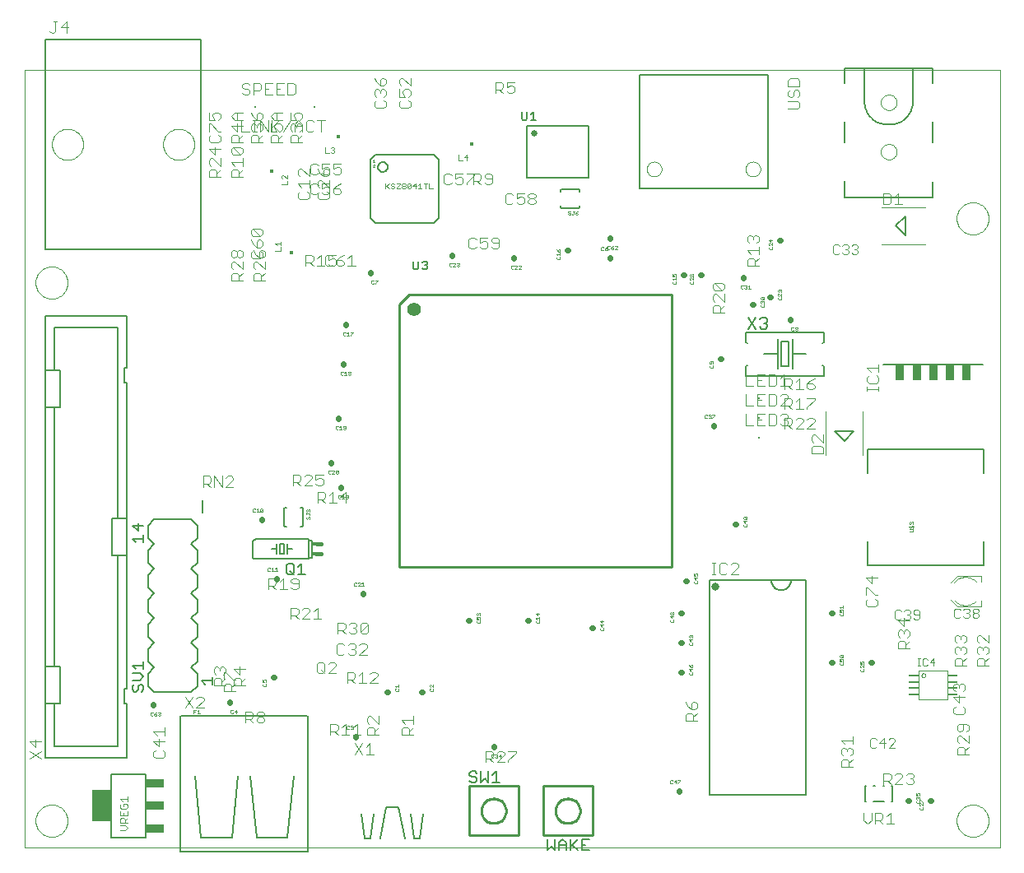
<source format=gto>
G75*
G70*
%OFA0B0*%
%FSLAX24Y24*%
%IPPOS*%
%LPD*%
%AMOC8*
5,1,8,0,0,1.08239X$1,22.5*
%
%ADD10C,0.0000*%
%ADD11C,0.0050*%
%ADD12C,0.0010*%
%ADD13C,0.0020*%
%ADD14C,0.0080*%
%ADD15C,0.0040*%
%ADD16C,0.0315*%
%ADD17C,0.0060*%
%ADD18R,0.0230X0.0160*%
%ADD19C,0.0160*%
%ADD20C,0.0220*%
%ADD21C,0.0070*%
%ADD22C,0.0250*%
%ADD23C,0.0100*%
%ADD24C,0.0557*%
%ADD25R,0.0118X0.0157*%
%ADD26R,0.0079X0.0079*%
%ADD27R,0.0157X0.0118*%
%ADD28R,0.0039X0.0551*%
%ADD29R,0.0079X0.0551*%
%ADD30R,0.0079X0.0039*%
%ADD31C,0.0086*%
%ADD32C,0.0030*%
%ADD33R,0.0380X0.0660*%
%ADD34C,0.0049*%
%ADD35R,0.0384X0.0102*%
%ADD36R,0.0730X0.1260*%
%ADD37R,0.0730X0.0340*%
D10*
X000131Y000443D02*
X000131Y031943D01*
X039631Y031943D01*
X039631Y000443D01*
X000131Y000443D01*
X000581Y001543D02*
X000583Y001593D01*
X000589Y001643D01*
X000599Y001693D01*
X000612Y001741D01*
X000629Y001789D01*
X000650Y001835D01*
X000674Y001879D01*
X000702Y001921D01*
X000733Y001961D01*
X000767Y001998D01*
X000804Y002033D01*
X000843Y002064D01*
X000884Y002093D01*
X000928Y002118D01*
X000974Y002140D01*
X001021Y002158D01*
X001069Y002172D01*
X001118Y002183D01*
X001168Y002190D01*
X001218Y002193D01*
X001269Y002192D01*
X001319Y002187D01*
X001369Y002178D01*
X001417Y002166D01*
X001465Y002149D01*
X001511Y002129D01*
X001556Y002106D01*
X001599Y002079D01*
X001639Y002049D01*
X001677Y002016D01*
X001712Y001980D01*
X001745Y001941D01*
X001774Y001900D01*
X001800Y001857D01*
X001823Y001812D01*
X001842Y001765D01*
X001857Y001717D01*
X001869Y001668D01*
X001877Y001618D01*
X001881Y001568D01*
X001881Y001518D01*
X001877Y001468D01*
X001869Y001418D01*
X001857Y001369D01*
X001842Y001321D01*
X001823Y001274D01*
X001800Y001229D01*
X001774Y001186D01*
X001745Y001145D01*
X001712Y001106D01*
X001677Y001070D01*
X001639Y001037D01*
X001599Y001007D01*
X001556Y000980D01*
X001511Y000957D01*
X001465Y000937D01*
X001417Y000920D01*
X001369Y000908D01*
X001319Y000899D01*
X001269Y000894D01*
X001218Y000893D01*
X001168Y000896D01*
X001118Y000903D01*
X001069Y000914D01*
X001021Y000928D01*
X000974Y000946D01*
X000928Y000968D01*
X000884Y000993D01*
X000843Y001022D01*
X000804Y001053D01*
X000767Y001088D01*
X000733Y001125D01*
X000702Y001165D01*
X000674Y001207D01*
X000650Y001251D01*
X000629Y001297D01*
X000612Y001345D01*
X000599Y001393D01*
X000589Y001443D01*
X000583Y001493D01*
X000581Y001543D01*
X000581Y023343D02*
X000583Y023393D01*
X000589Y023443D01*
X000599Y023493D01*
X000612Y023541D01*
X000629Y023589D01*
X000650Y023635D01*
X000674Y023679D01*
X000702Y023721D01*
X000733Y023761D01*
X000767Y023798D01*
X000804Y023833D01*
X000843Y023864D01*
X000884Y023893D01*
X000928Y023918D01*
X000974Y023940D01*
X001021Y023958D01*
X001069Y023972D01*
X001118Y023983D01*
X001168Y023990D01*
X001218Y023993D01*
X001269Y023992D01*
X001319Y023987D01*
X001369Y023978D01*
X001417Y023966D01*
X001465Y023949D01*
X001511Y023929D01*
X001556Y023906D01*
X001599Y023879D01*
X001639Y023849D01*
X001677Y023816D01*
X001712Y023780D01*
X001745Y023741D01*
X001774Y023700D01*
X001800Y023657D01*
X001823Y023612D01*
X001842Y023565D01*
X001857Y023517D01*
X001869Y023468D01*
X001877Y023418D01*
X001881Y023368D01*
X001881Y023318D01*
X001877Y023268D01*
X001869Y023218D01*
X001857Y023169D01*
X001842Y023121D01*
X001823Y023074D01*
X001800Y023029D01*
X001774Y022986D01*
X001745Y022945D01*
X001712Y022906D01*
X001677Y022870D01*
X001639Y022837D01*
X001599Y022807D01*
X001556Y022780D01*
X001511Y022757D01*
X001465Y022737D01*
X001417Y022720D01*
X001369Y022708D01*
X001319Y022699D01*
X001269Y022694D01*
X001218Y022693D01*
X001168Y022696D01*
X001118Y022703D01*
X001069Y022714D01*
X001021Y022728D01*
X000974Y022746D01*
X000928Y022768D01*
X000884Y022793D01*
X000843Y022822D01*
X000804Y022853D01*
X000767Y022888D01*
X000733Y022925D01*
X000702Y022965D01*
X000674Y023007D01*
X000650Y023051D01*
X000629Y023097D01*
X000612Y023145D01*
X000599Y023193D01*
X000589Y023243D01*
X000583Y023293D01*
X000581Y023343D01*
X001251Y028943D02*
X001253Y028993D01*
X001259Y029043D01*
X001269Y029092D01*
X001283Y029140D01*
X001300Y029187D01*
X001321Y029232D01*
X001346Y029276D01*
X001374Y029317D01*
X001406Y029356D01*
X001440Y029393D01*
X001477Y029427D01*
X001517Y029457D01*
X001559Y029484D01*
X001603Y029508D01*
X001649Y029529D01*
X001696Y029545D01*
X001744Y029558D01*
X001794Y029567D01*
X001843Y029572D01*
X001894Y029573D01*
X001944Y029570D01*
X001993Y029563D01*
X002042Y029552D01*
X002090Y029537D01*
X002136Y029519D01*
X002181Y029497D01*
X002224Y029471D01*
X002265Y029442D01*
X002304Y029410D01*
X002340Y029375D01*
X002372Y029337D01*
X002402Y029297D01*
X002429Y029254D01*
X002452Y029210D01*
X002471Y029164D01*
X002487Y029116D01*
X002499Y029067D01*
X002507Y029018D01*
X002511Y028968D01*
X002511Y028918D01*
X002507Y028868D01*
X002499Y028819D01*
X002487Y028770D01*
X002471Y028722D01*
X002452Y028676D01*
X002429Y028632D01*
X002402Y028589D01*
X002372Y028549D01*
X002340Y028511D01*
X002304Y028476D01*
X002265Y028444D01*
X002224Y028415D01*
X002181Y028389D01*
X002136Y028367D01*
X002090Y028349D01*
X002042Y028334D01*
X001993Y028323D01*
X001944Y028316D01*
X001894Y028313D01*
X001843Y028314D01*
X001794Y028319D01*
X001744Y028328D01*
X001696Y028341D01*
X001649Y028357D01*
X001603Y028378D01*
X001559Y028402D01*
X001517Y028429D01*
X001477Y028459D01*
X001440Y028493D01*
X001406Y028530D01*
X001374Y028569D01*
X001346Y028610D01*
X001321Y028654D01*
X001300Y028699D01*
X001283Y028746D01*
X001269Y028794D01*
X001259Y028843D01*
X001253Y028893D01*
X001251Y028943D01*
X005751Y028943D02*
X005753Y028993D01*
X005759Y029043D01*
X005769Y029092D01*
X005783Y029140D01*
X005800Y029187D01*
X005821Y029232D01*
X005846Y029276D01*
X005874Y029317D01*
X005906Y029356D01*
X005940Y029393D01*
X005977Y029427D01*
X006017Y029457D01*
X006059Y029484D01*
X006103Y029508D01*
X006149Y029529D01*
X006196Y029545D01*
X006244Y029558D01*
X006294Y029567D01*
X006343Y029572D01*
X006394Y029573D01*
X006444Y029570D01*
X006493Y029563D01*
X006542Y029552D01*
X006590Y029537D01*
X006636Y029519D01*
X006681Y029497D01*
X006724Y029471D01*
X006765Y029442D01*
X006804Y029410D01*
X006840Y029375D01*
X006872Y029337D01*
X006902Y029297D01*
X006929Y029254D01*
X006952Y029210D01*
X006971Y029164D01*
X006987Y029116D01*
X006999Y029067D01*
X007007Y029018D01*
X007011Y028968D01*
X007011Y028918D01*
X007007Y028868D01*
X006999Y028819D01*
X006987Y028770D01*
X006971Y028722D01*
X006952Y028676D01*
X006929Y028632D01*
X006902Y028589D01*
X006872Y028549D01*
X006840Y028511D01*
X006804Y028476D01*
X006765Y028444D01*
X006724Y028415D01*
X006681Y028389D01*
X006636Y028367D01*
X006590Y028349D01*
X006542Y028334D01*
X006493Y028323D01*
X006444Y028316D01*
X006394Y028313D01*
X006343Y028314D01*
X006294Y028319D01*
X006244Y028328D01*
X006196Y028341D01*
X006149Y028357D01*
X006103Y028378D01*
X006059Y028402D01*
X006017Y028429D01*
X005977Y028459D01*
X005940Y028493D01*
X005906Y028530D01*
X005874Y028569D01*
X005846Y028610D01*
X005821Y028654D01*
X005800Y028699D01*
X005783Y028746D01*
X005769Y028794D01*
X005759Y028843D01*
X005753Y028893D01*
X005751Y028943D01*
X025331Y027943D02*
X025333Y027977D01*
X025339Y028011D01*
X025348Y028044D01*
X025362Y028075D01*
X025379Y028105D01*
X025399Y028133D01*
X025422Y028158D01*
X025448Y028181D01*
X025476Y028200D01*
X025506Y028216D01*
X025538Y028228D01*
X025571Y028237D01*
X025605Y028242D01*
X025640Y028243D01*
X025674Y028240D01*
X025707Y028233D01*
X025740Y028223D01*
X025771Y028208D01*
X025800Y028191D01*
X025827Y028170D01*
X025852Y028146D01*
X025874Y028119D01*
X025892Y028091D01*
X025907Y028060D01*
X025919Y028028D01*
X025927Y027994D01*
X025931Y027960D01*
X025931Y027926D01*
X025927Y027892D01*
X025919Y027858D01*
X025907Y027826D01*
X025892Y027795D01*
X025874Y027767D01*
X025852Y027740D01*
X025827Y027716D01*
X025800Y027695D01*
X025771Y027678D01*
X025740Y027663D01*
X025707Y027653D01*
X025674Y027646D01*
X025640Y027643D01*
X025605Y027644D01*
X025571Y027649D01*
X025538Y027658D01*
X025506Y027670D01*
X025476Y027686D01*
X025448Y027705D01*
X025422Y027728D01*
X025399Y027753D01*
X025379Y027781D01*
X025362Y027811D01*
X025348Y027842D01*
X025339Y027875D01*
X025333Y027909D01*
X025331Y027943D01*
X029331Y027943D02*
X029333Y027977D01*
X029339Y028011D01*
X029348Y028044D01*
X029362Y028075D01*
X029379Y028105D01*
X029399Y028133D01*
X029422Y028158D01*
X029448Y028181D01*
X029476Y028200D01*
X029506Y028216D01*
X029538Y028228D01*
X029571Y028237D01*
X029605Y028242D01*
X029640Y028243D01*
X029674Y028240D01*
X029707Y028233D01*
X029740Y028223D01*
X029771Y028208D01*
X029800Y028191D01*
X029827Y028170D01*
X029852Y028146D01*
X029874Y028119D01*
X029892Y028091D01*
X029907Y028060D01*
X029919Y028028D01*
X029927Y027994D01*
X029931Y027960D01*
X029931Y027926D01*
X029927Y027892D01*
X029919Y027858D01*
X029907Y027826D01*
X029892Y027795D01*
X029874Y027767D01*
X029852Y027740D01*
X029827Y027716D01*
X029800Y027695D01*
X029771Y027678D01*
X029740Y027663D01*
X029707Y027653D01*
X029674Y027646D01*
X029640Y027643D01*
X029605Y027644D01*
X029571Y027649D01*
X029538Y027658D01*
X029506Y027670D01*
X029476Y027686D01*
X029448Y027705D01*
X029422Y027728D01*
X029399Y027753D01*
X029379Y027781D01*
X029362Y027811D01*
X029348Y027842D01*
X029339Y027875D01*
X029333Y027909D01*
X029331Y027943D01*
X034816Y028643D02*
X034818Y028678D01*
X034824Y028713D01*
X034834Y028747D01*
X034847Y028780D01*
X034864Y028811D01*
X034885Y028839D01*
X034908Y028866D01*
X034935Y028889D01*
X034963Y028910D01*
X034994Y028927D01*
X035027Y028940D01*
X035061Y028950D01*
X035096Y028956D01*
X035131Y028958D01*
X035166Y028956D01*
X035201Y028950D01*
X035235Y028940D01*
X035268Y028927D01*
X035299Y028910D01*
X035327Y028889D01*
X035354Y028866D01*
X035377Y028839D01*
X035398Y028811D01*
X035415Y028780D01*
X035428Y028747D01*
X035438Y028713D01*
X035444Y028678D01*
X035446Y028643D01*
X035444Y028608D01*
X035438Y028573D01*
X035428Y028539D01*
X035415Y028506D01*
X035398Y028475D01*
X035377Y028447D01*
X035354Y028420D01*
X035327Y028397D01*
X035299Y028376D01*
X035268Y028359D01*
X035235Y028346D01*
X035201Y028336D01*
X035166Y028330D01*
X035131Y028328D01*
X035096Y028330D01*
X035061Y028336D01*
X035027Y028346D01*
X034994Y028359D01*
X034963Y028376D01*
X034935Y028397D01*
X034908Y028420D01*
X034885Y028447D01*
X034864Y028475D01*
X034847Y028506D01*
X034834Y028539D01*
X034824Y028573D01*
X034818Y028608D01*
X034816Y028643D01*
X034816Y030643D02*
X034818Y030678D01*
X034824Y030713D01*
X034834Y030747D01*
X034847Y030780D01*
X034864Y030811D01*
X034885Y030839D01*
X034908Y030866D01*
X034935Y030889D01*
X034963Y030910D01*
X034994Y030927D01*
X035027Y030940D01*
X035061Y030950D01*
X035096Y030956D01*
X035131Y030958D01*
X035166Y030956D01*
X035201Y030950D01*
X035235Y030940D01*
X035268Y030927D01*
X035299Y030910D01*
X035327Y030889D01*
X035354Y030866D01*
X035377Y030839D01*
X035398Y030811D01*
X035415Y030780D01*
X035428Y030747D01*
X035438Y030713D01*
X035444Y030678D01*
X035446Y030643D01*
X035444Y030608D01*
X035438Y030573D01*
X035428Y030539D01*
X035415Y030506D01*
X035398Y030475D01*
X035377Y030447D01*
X035354Y030420D01*
X035327Y030397D01*
X035299Y030376D01*
X035268Y030359D01*
X035235Y030346D01*
X035201Y030336D01*
X035166Y030330D01*
X035131Y030328D01*
X035096Y030330D01*
X035061Y030336D01*
X035027Y030346D01*
X034994Y030359D01*
X034963Y030376D01*
X034935Y030397D01*
X034908Y030420D01*
X034885Y030447D01*
X034864Y030475D01*
X034847Y030506D01*
X034834Y030539D01*
X034824Y030573D01*
X034818Y030608D01*
X034816Y030643D01*
X037881Y025943D02*
X037883Y025993D01*
X037889Y026043D01*
X037899Y026093D01*
X037912Y026141D01*
X037929Y026189D01*
X037950Y026235D01*
X037974Y026279D01*
X038002Y026321D01*
X038033Y026361D01*
X038067Y026398D01*
X038104Y026433D01*
X038143Y026464D01*
X038184Y026493D01*
X038228Y026518D01*
X038274Y026540D01*
X038321Y026558D01*
X038369Y026572D01*
X038418Y026583D01*
X038468Y026590D01*
X038518Y026593D01*
X038569Y026592D01*
X038619Y026587D01*
X038669Y026578D01*
X038717Y026566D01*
X038765Y026549D01*
X038811Y026529D01*
X038856Y026506D01*
X038899Y026479D01*
X038939Y026449D01*
X038977Y026416D01*
X039012Y026380D01*
X039045Y026341D01*
X039074Y026300D01*
X039100Y026257D01*
X039123Y026212D01*
X039142Y026165D01*
X039157Y026117D01*
X039169Y026068D01*
X039177Y026018D01*
X039181Y025968D01*
X039181Y025918D01*
X039177Y025868D01*
X039169Y025818D01*
X039157Y025769D01*
X039142Y025721D01*
X039123Y025674D01*
X039100Y025629D01*
X039074Y025586D01*
X039045Y025545D01*
X039012Y025506D01*
X038977Y025470D01*
X038939Y025437D01*
X038899Y025407D01*
X038856Y025380D01*
X038811Y025357D01*
X038765Y025337D01*
X038717Y025320D01*
X038669Y025308D01*
X038619Y025299D01*
X038569Y025294D01*
X038518Y025293D01*
X038468Y025296D01*
X038418Y025303D01*
X038369Y025314D01*
X038321Y025328D01*
X038274Y025346D01*
X038228Y025368D01*
X038184Y025393D01*
X038143Y025422D01*
X038104Y025453D01*
X038067Y025488D01*
X038033Y025525D01*
X038002Y025565D01*
X037974Y025607D01*
X037950Y025651D01*
X037929Y025697D01*
X037912Y025745D01*
X037899Y025793D01*
X037889Y025843D01*
X037883Y025893D01*
X037881Y025943D01*
X037881Y001543D02*
X037883Y001593D01*
X037889Y001643D01*
X037899Y001693D01*
X037912Y001741D01*
X037929Y001789D01*
X037950Y001835D01*
X037974Y001879D01*
X038002Y001921D01*
X038033Y001961D01*
X038067Y001998D01*
X038104Y002033D01*
X038143Y002064D01*
X038184Y002093D01*
X038228Y002118D01*
X038274Y002140D01*
X038321Y002158D01*
X038369Y002172D01*
X038418Y002183D01*
X038468Y002190D01*
X038518Y002193D01*
X038569Y002192D01*
X038619Y002187D01*
X038669Y002178D01*
X038717Y002166D01*
X038765Y002149D01*
X038811Y002129D01*
X038856Y002106D01*
X038899Y002079D01*
X038939Y002049D01*
X038977Y002016D01*
X039012Y001980D01*
X039045Y001941D01*
X039074Y001900D01*
X039100Y001857D01*
X039123Y001812D01*
X039142Y001765D01*
X039157Y001717D01*
X039169Y001668D01*
X039177Y001618D01*
X039181Y001568D01*
X039181Y001518D01*
X039177Y001468D01*
X039169Y001418D01*
X039157Y001369D01*
X039142Y001321D01*
X039123Y001274D01*
X039100Y001229D01*
X039074Y001186D01*
X039045Y001145D01*
X039012Y001106D01*
X038977Y001070D01*
X038939Y001037D01*
X038899Y001007D01*
X038856Y000980D01*
X038811Y000957D01*
X038765Y000937D01*
X038717Y000920D01*
X038669Y000908D01*
X038619Y000899D01*
X038569Y000894D01*
X038518Y000893D01*
X038468Y000896D01*
X038418Y000903D01*
X038369Y000914D01*
X038321Y000928D01*
X038274Y000946D01*
X038228Y000968D01*
X038184Y000993D01*
X038143Y001022D01*
X038104Y001053D01*
X038067Y001088D01*
X038033Y001125D01*
X038002Y001165D01*
X037974Y001207D01*
X037950Y001251D01*
X037929Y001297D01*
X037912Y001345D01*
X037899Y001393D01*
X037889Y001443D01*
X037883Y001493D01*
X037881Y001543D01*
D11*
X022996Y000794D02*
X022696Y000794D01*
X022696Y000343D01*
X022996Y000343D01*
X022846Y000569D02*
X022696Y000569D01*
X022535Y000794D02*
X022235Y000494D01*
X022310Y000569D02*
X022535Y000343D01*
X022235Y000343D02*
X022235Y000794D01*
X022075Y000644D02*
X022075Y000343D01*
X022075Y000569D02*
X021775Y000569D01*
X021775Y000644D02*
X021925Y000794D01*
X022075Y000644D01*
X021775Y000644D02*
X021775Y000343D01*
X021615Y000343D02*
X021615Y000794D01*
X021314Y000794D02*
X021314Y000343D01*
X021465Y000494D01*
X021615Y000343D01*
X019377Y003093D02*
X019077Y003093D01*
X019227Y003093D02*
X019227Y003544D01*
X019077Y003394D01*
X018917Y003544D02*
X018917Y003093D01*
X018766Y003244D01*
X018616Y003093D01*
X018616Y003544D01*
X018456Y003469D02*
X018381Y003544D01*
X018231Y003544D01*
X018156Y003469D01*
X018156Y003394D01*
X018231Y003319D01*
X018381Y003319D01*
X018456Y003244D01*
X018456Y003169D01*
X018381Y003093D01*
X018231Y003093D01*
X018156Y003169D01*
X016281Y001827D02*
X016156Y000827D01*
X015906Y000827D01*
X015781Y001827D01*
X015281Y002077D02*
X015531Y000827D01*
X014531Y000827D02*
X014781Y002077D01*
X015281Y002077D01*
X014281Y001827D02*
X014156Y000827D01*
X013906Y000827D01*
X013781Y001827D01*
X011616Y000293D02*
X011616Y005798D01*
X011591Y005803D02*
X006471Y005803D01*
X006446Y005798D02*
X006446Y000293D01*
X006481Y000293D02*
X011581Y000293D01*
X010781Y000843D02*
X009531Y000843D01*
X009281Y003343D01*
X008781Y003343D02*
X008531Y000843D01*
X007281Y000843D01*
X007031Y003343D01*
X011031Y003343D02*
X010781Y000843D01*
X004881Y006768D02*
X004956Y006844D01*
X004956Y006994D01*
X004881Y007069D01*
X004806Y007069D01*
X004731Y006994D01*
X004731Y006844D01*
X004656Y006768D01*
X004581Y006768D01*
X004506Y006844D01*
X004506Y006994D01*
X004581Y007069D01*
X004506Y007229D02*
X004806Y007229D01*
X004956Y007379D01*
X004806Y007529D01*
X004506Y007529D01*
X004656Y007689D02*
X004506Y007839D01*
X004956Y007839D01*
X004956Y007689D02*
X004956Y007989D01*
X007306Y007219D02*
X007456Y007068D01*
X007306Y007219D02*
X007756Y007219D01*
X007756Y007369D02*
X007756Y007068D01*
X010810Y011518D02*
X010735Y011594D01*
X010735Y011894D01*
X010810Y011969D01*
X010960Y011969D01*
X011036Y011894D01*
X011036Y011594D01*
X010960Y011518D01*
X010810Y011518D01*
X010885Y011669D02*
X011036Y011518D01*
X011196Y011518D02*
X011496Y011518D01*
X011346Y011518D02*
X011346Y011969D01*
X011196Y011819D01*
X004956Y012818D02*
X004956Y013119D01*
X004956Y012969D02*
X004506Y012969D01*
X004656Y012818D01*
X004731Y013279D02*
X004731Y013579D01*
X004956Y013504D02*
X004506Y013504D01*
X004731Y013279D01*
X007281Y024693D02*
X000981Y024693D01*
X000981Y033193D01*
X007281Y033193D01*
X007281Y024693D01*
X014153Y025962D02*
X014350Y025766D01*
X016712Y025766D01*
X016909Y025962D01*
X016909Y028325D01*
X016712Y028521D01*
X014350Y028521D01*
X014153Y028325D01*
X014153Y025962D01*
X014448Y028029D02*
X014450Y028056D01*
X014456Y028083D01*
X014465Y028109D01*
X014478Y028133D01*
X014494Y028156D01*
X014513Y028175D01*
X014535Y028192D01*
X014559Y028206D01*
X014584Y028216D01*
X014611Y028223D01*
X014638Y028226D01*
X014666Y028225D01*
X014693Y028220D01*
X014719Y028212D01*
X014743Y028200D01*
X014766Y028184D01*
X014787Y028166D01*
X014804Y028145D01*
X014819Y028121D01*
X014830Y028096D01*
X014838Y028070D01*
X014842Y028043D01*
X014842Y028015D01*
X014838Y027988D01*
X014830Y027962D01*
X014819Y027937D01*
X014804Y027913D01*
X014787Y027892D01*
X014766Y027874D01*
X014744Y027858D01*
X014719Y027846D01*
X014693Y027838D01*
X014666Y027833D01*
X014638Y027832D01*
X014611Y027835D01*
X014584Y027842D01*
X014559Y027852D01*
X014535Y027866D01*
X014513Y027883D01*
X014494Y027902D01*
X014478Y027925D01*
X014465Y027949D01*
X014456Y027975D01*
X014450Y028002D01*
X014448Y028029D01*
X025031Y027143D02*
X030231Y027143D01*
X030231Y031743D01*
X025031Y031743D01*
X025031Y027143D01*
X029456Y021919D02*
X029756Y021468D01*
X029916Y021544D02*
X029991Y021468D01*
X030142Y021468D01*
X030217Y021544D01*
X030217Y021619D01*
X030142Y021694D01*
X030066Y021694D01*
X030142Y021694D02*
X030217Y021769D01*
X030217Y021844D01*
X030142Y021919D01*
X029991Y021919D01*
X029916Y021844D01*
X029756Y021919D02*
X029456Y021468D01*
X029356Y021329D02*
X029356Y020936D01*
X029405Y020886D01*
X029356Y021329D02*
X032506Y021329D01*
X032506Y020936D01*
X032457Y020886D01*
X031781Y020443D02*
X031231Y020443D01*
X031231Y019843D01*
X031081Y019943D02*
X030781Y019943D01*
X030781Y020943D01*
X031081Y020943D01*
X031081Y019943D01*
X030631Y019843D02*
X030631Y020443D01*
X030081Y020443D01*
X029405Y020001D02*
X029356Y019951D01*
X029356Y019558D01*
X032506Y019558D01*
X032506Y019951D01*
X032457Y020001D01*
X031231Y020443D02*
X031231Y021043D01*
X030631Y021043D02*
X030631Y020443D01*
D12*
X031216Y021388D02*
X031266Y021388D01*
X031291Y021413D01*
X031339Y021413D02*
X031339Y021439D01*
X031364Y021464D01*
X031414Y021464D01*
X031439Y021439D01*
X031439Y021413D01*
X031414Y021388D01*
X031364Y021388D01*
X031339Y021413D01*
X031364Y021464D02*
X031339Y021489D01*
X031339Y021514D01*
X031364Y021539D01*
X031414Y021539D01*
X031439Y021514D01*
X031439Y021489D01*
X031414Y021464D01*
X031291Y021514D02*
X031266Y021539D01*
X031216Y021539D01*
X031191Y021514D01*
X031191Y021413D01*
X031216Y021388D01*
X030086Y022381D02*
X030086Y022432D01*
X030061Y022457D01*
X030061Y022504D02*
X030086Y022529D01*
X030086Y022579D01*
X030061Y022604D01*
X030036Y022604D01*
X030011Y022579D01*
X030011Y022554D01*
X030011Y022579D02*
X029986Y022604D01*
X029961Y022604D01*
X029936Y022579D01*
X029936Y022529D01*
X029961Y022504D01*
X029961Y022457D02*
X029936Y022432D01*
X029936Y022381D01*
X029961Y022356D01*
X030061Y022356D01*
X030086Y022381D01*
X030061Y022651D02*
X029961Y022751D01*
X030061Y022751D01*
X030086Y022726D01*
X030086Y022676D01*
X030061Y022651D01*
X029961Y022651D01*
X029936Y022676D01*
X029936Y022726D01*
X029961Y022751D01*
X029539Y023088D02*
X029439Y023088D01*
X029489Y023088D02*
X029489Y023239D01*
X029439Y023189D01*
X029391Y023189D02*
X029366Y023164D01*
X029391Y023139D01*
X029391Y023113D01*
X029366Y023088D01*
X029316Y023088D01*
X029291Y023113D01*
X029244Y023113D02*
X029219Y023088D01*
X029169Y023088D01*
X029144Y023113D01*
X029144Y023214D01*
X029169Y023239D01*
X029219Y023239D01*
X029244Y023214D01*
X029291Y023214D02*
X029316Y023239D01*
X029366Y023239D01*
X029391Y023214D01*
X029391Y023189D01*
X029366Y023164D02*
X029341Y023164D01*
X030636Y023026D02*
X030636Y022976D01*
X030661Y022951D01*
X030686Y022951D01*
X030711Y022976D01*
X030711Y023051D01*
X030661Y023051D02*
X030636Y023026D01*
X030661Y023051D02*
X030761Y023051D01*
X030786Y023026D01*
X030786Y022976D01*
X030761Y022951D01*
X030786Y022904D02*
X030786Y022804D01*
X030686Y022904D01*
X030661Y022904D01*
X030636Y022879D01*
X030636Y022829D01*
X030661Y022804D01*
X030661Y022757D02*
X030636Y022732D01*
X030636Y022681D01*
X030661Y022656D01*
X030761Y022656D01*
X030786Y022681D01*
X030786Y022732D01*
X030761Y022757D01*
X030401Y024698D02*
X030426Y024723D01*
X030426Y024774D01*
X030401Y024799D01*
X030426Y024846D02*
X030326Y024946D01*
X030301Y024946D01*
X030276Y024921D01*
X030276Y024871D01*
X030301Y024846D01*
X030301Y024799D02*
X030276Y024774D01*
X030276Y024723D01*
X030301Y024698D01*
X030401Y024698D01*
X030426Y024846D02*
X030426Y024946D01*
X030351Y024993D02*
X030351Y025093D01*
X030426Y025068D02*
X030276Y025068D01*
X030351Y024993D01*
X027226Y023668D02*
X027226Y023618D01*
X027201Y023593D01*
X027176Y023593D01*
X027151Y023618D01*
X027151Y023668D01*
X027176Y023693D01*
X027201Y023693D01*
X027226Y023668D01*
X027151Y023668D02*
X027126Y023693D01*
X027101Y023693D01*
X027076Y023668D01*
X027076Y023618D01*
X027101Y023593D01*
X027126Y023593D01*
X027151Y023618D01*
X027126Y023546D02*
X027101Y023546D01*
X027076Y023521D01*
X027076Y023471D01*
X027101Y023446D01*
X027101Y023399D02*
X027076Y023374D01*
X027076Y023323D01*
X027101Y023298D01*
X027201Y023298D01*
X027226Y023323D01*
X027226Y023374D01*
X027201Y023399D01*
X027226Y023446D02*
X027126Y023546D01*
X027226Y023546D02*
X027226Y023446D01*
X026526Y023446D02*
X026526Y023546D01*
X026526Y023496D02*
X026376Y023496D01*
X026426Y023446D01*
X026401Y023399D02*
X026376Y023374D01*
X026376Y023323D01*
X026401Y023298D01*
X026501Y023298D01*
X026526Y023323D01*
X026526Y023374D01*
X026501Y023399D01*
X026501Y023593D02*
X026526Y023618D01*
X026526Y023668D01*
X026501Y023693D01*
X026451Y023693D01*
X026426Y023668D01*
X026426Y023643D01*
X026451Y023593D01*
X026376Y023593D01*
X026376Y023693D01*
X024139Y024688D02*
X024039Y024688D01*
X024139Y024789D01*
X024139Y024814D01*
X024114Y024839D01*
X024064Y024839D01*
X024039Y024814D01*
X023991Y024839D02*
X023941Y024814D01*
X023891Y024764D01*
X023966Y024764D01*
X023991Y024739D01*
X023991Y024713D01*
X023966Y024688D01*
X023916Y024688D01*
X023891Y024713D01*
X023891Y024764D01*
X023844Y024814D02*
X023819Y024839D01*
X023769Y024839D01*
X023744Y024814D01*
X023744Y024713D01*
X023769Y024688D01*
X023819Y024688D01*
X023844Y024713D01*
X023733Y024699D02*
X023708Y024724D01*
X023633Y024724D01*
X023633Y024673D01*
X023658Y024648D01*
X023708Y024648D01*
X023733Y024673D01*
X023733Y024699D01*
X023683Y024774D02*
X023633Y024724D01*
X023586Y024774D02*
X023561Y024799D01*
X023511Y024799D01*
X023486Y024774D01*
X023486Y024673D01*
X023511Y024648D01*
X023561Y024648D01*
X023586Y024673D01*
X023683Y024774D02*
X023733Y024799D01*
X022521Y026088D02*
X022546Y026113D01*
X022546Y026139D01*
X022521Y026164D01*
X022446Y026164D01*
X022446Y026113D01*
X022471Y026088D01*
X022521Y026088D01*
X022446Y026164D02*
X022496Y026214D01*
X022546Y026239D01*
X022399Y026239D02*
X022349Y026239D01*
X022374Y026239D02*
X022374Y026113D01*
X022349Y026088D01*
X022324Y026088D01*
X022299Y026113D01*
X022252Y026113D02*
X022227Y026088D01*
X022177Y026088D01*
X022152Y026113D01*
X022177Y026164D02*
X022227Y026164D01*
X022252Y026139D01*
X022252Y026113D01*
X022177Y026164D02*
X022152Y026189D01*
X022152Y026214D01*
X022177Y026239D01*
X022227Y026239D01*
X022252Y026214D01*
X021801Y024693D02*
X021776Y024693D01*
X021751Y024668D01*
X021751Y024593D01*
X021801Y024593D01*
X021826Y024618D01*
X021826Y024668D01*
X021801Y024693D01*
X021701Y024643D02*
X021751Y024593D01*
X021701Y024643D02*
X021676Y024693D01*
X021676Y024496D02*
X021826Y024496D01*
X021826Y024446D02*
X021826Y024546D01*
X021726Y024446D02*
X021676Y024496D01*
X021701Y024399D02*
X021676Y024374D01*
X021676Y024323D01*
X021701Y024298D01*
X021801Y024298D01*
X021826Y024323D01*
X021826Y024374D01*
X021801Y024399D01*
X020239Y024014D02*
X020214Y024039D01*
X020164Y024039D01*
X020139Y024014D01*
X020091Y024014D02*
X020066Y024039D01*
X020016Y024039D01*
X019991Y024014D01*
X019944Y024014D02*
X019919Y024039D01*
X019869Y024039D01*
X019844Y024014D01*
X019844Y023913D01*
X019869Y023888D01*
X019919Y023888D01*
X019944Y023913D01*
X019991Y023888D02*
X020091Y023989D01*
X020091Y024014D01*
X020091Y023888D02*
X019991Y023888D01*
X020139Y023888D02*
X020239Y023989D01*
X020239Y024014D01*
X020239Y023888D02*
X020139Y023888D01*
X017739Y024013D02*
X017714Y023988D01*
X017664Y023988D01*
X017639Y024013D01*
X017591Y023988D02*
X017491Y023988D01*
X017591Y024089D01*
X017591Y024114D01*
X017566Y024139D01*
X017516Y024139D01*
X017491Y024114D01*
X017444Y024114D02*
X017419Y024139D01*
X017369Y024139D01*
X017344Y024114D01*
X017344Y024013D01*
X017369Y023988D01*
X017419Y023988D01*
X017444Y024013D01*
X017639Y024114D02*
X017664Y024139D01*
X017714Y024139D01*
X017739Y024114D01*
X017739Y024089D01*
X017714Y024064D01*
X017739Y024039D01*
X017739Y024013D01*
X017714Y024064D02*
X017689Y024064D01*
X014439Y023439D02*
X014439Y023414D01*
X014339Y023313D01*
X014339Y023288D01*
X014291Y023313D02*
X014266Y023288D01*
X014216Y023288D01*
X014191Y023313D01*
X014191Y023414D01*
X014216Y023439D01*
X014266Y023439D01*
X014291Y023414D01*
X014339Y023439D02*
X014439Y023439D01*
X013439Y021339D02*
X013439Y021314D01*
X013339Y021213D01*
X013339Y021188D01*
X013291Y021188D02*
X013191Y021188D01*
X013241Y021188D02*
X013241Y021339D01*
X013191Y021289D01*
X013144Y021314D02*
X013119Y021339D01*
X013069Y021339D01*
X013044Y021314D01*
X013044Y021213D01*
X013069Y021188D01*
X013119Y021188D01*
X013144Y021213D01*
X013339Y021339D02*
X013439Y021339D01*
X013314Y019739D02*
X013264Y019739D01*
X013239Y019714D01*
X013239Y019689D01*
X013264Y019664D01*
X013314Y019664D01*
X013339Y019639D01*
X013339Y019613D01*
X013314Y019588D01*
X013264Y019588D01*
X013239Y019613D01*
X013239Y019639D01*
X013264Y019664D01*
X013314Y019664D02*
X013339Y019689D01*
X013339Y019714D01*
X013314Y019739D01*
X013141Y019739D02*
X013141Y019588D01*
X013091Y019588D02*
X013191Y019588D01*
X013091Y019689D02*
X013141Y019739D01*
X013044Y019714D02*
X013019Y019739D01*
X012969Y019739D01*
X012944Y019714D01*
X012944Y019613D01*
X012969Y019588D01*
X013019Y019588D01*
X013044Y019613D01*
X013064Y017539D02*
X013039Y017514D01*
X013039Y017489D01*
X013064Y017464D01*
X013139Y017464D01*
X013139Y017514D02*
X013114Y017539D01*
X013064Y017539D01*
X013139Y017514D02*
X013139Y017413D01*
X013114Y017388D01*
X013064Y017388D01*
X013039Y017413D01*
X012991Y017388D02*
X012891Y017388D01*
X012941Y017388D02*
X012941Y017539D01*
X012891Y017489D01*
X012844Y017514D02*
X012819Y017539D01*
X012769Y017539D01*
X012744Y017514D01*
X012744Y017413D01*
X012769Y017388D01*
X012819Y017388D01*
X012844Y017413D01*
X012814Y015739D02*
X012839Y015714D01*
X012739Y015613D01*
X012764Y015588D01*
X012814Y015588D01*
X012839Y015613D01*
X012839Y015714D01*
X012814Y015739D02*
X012764Y015739D01*
X012739Y015714D01*
X012739Y015613D01*
X012691Y015588D02*
X012591Y015588D01*
X012691Y015689D01*
X012691Y015714D01*
X012666Y015739D01*
X012616Y015739D01*
X012591Y015714D01*
X012544Y015714D02*
X012519Y015739D01*
X012469Y015739D01*
X012444Y015714D01*
X012444Y015613D01*
X012469Y015588D01*
X012519Y015588D01*
X012544Y015613D01*
X012869Y014739D02*
X012844Y014714D01*
X012844Y014613D01*
X012869Y014588D01*
X012919Y014588D01*
X012944Y014613D01*
X012991Y014588D02*
X013091Y014588D01*
X013041Y014588D02*
X013041Y014739D01*
X012991Y014689D01*
X012944Y014714D02*
X012919Y014739D01*
X012869Y014739D01*
X013139Y014714D02*
X013164Y014739D01*
X013214Y014739D01*
X013239Y014714D01*
X013239Y014689D01*
X013214Y014664D01*
X013239Y014639D01*
X013239Y014613D01*
X013214Y014588D01*
X013164Y014588D01*
X013139Y014613D01*
X013189Y014664D02*
X013214Y014664D01*
X011686Y014134D02*
X011686Y014084D01*
X011661Y014059D01*
X011611Y014109D02*
X011611Y014134D01*
X011636Y014159D01*
X011661Y014159D01*
X011686Y014134D01*
X011611Y014134D02*
X011586Y014159D01*
X011561Y014159D01*
X011536Y014134D01*
X011536Y014084D01*
X011561Y014059D01*
X011536Y014011D02*
X011536Y013961D01*
X011536Y013986D02*
X011661Y013986D01*
X011686Y013961D01*
X011686Y013936D01*
X011661Y013911D01*
X011661Y013864D02*
X011686Y013839D01*
X011686Y013789D01*
X011661Y013764D01*
X011611Y013789D02*
X011611Y013839D01*
X011636Y013864D01*
X011661Y013864D01*
X011611Y013789D02*
X011586Y013764D01*
X011561Y013764D01*
X011536Y013789D01*
X011536Y013839D01*
X011561Y013864D01*
X009781Y014073D02*
X009756Y014048D01*
X009706Y014048D01*
X009681Y014073D01*
X009781Y014174D01*
X009781Y014073D01*
X009681Y014073D02*
X009681Y014174D01*
X009706Y014199D01*
X009756Y014199D01*
X009781Y014174D01*
X009633Y014048D02*
X009533Y014048D01*
X009583Y014048D02*
X009583Y014199D01*
X009533Y014149D01*
X009486Y014174D02*
X009461Y014199D01*
X009411Y014199D01*
X009386Y014174D01*
X009386Y014073D01*
X009411Y014048D01*
X009461Y014048D01*
X009486Y014073D01*
X010011Y011799D02*
X009986Y011774D01*
X009986Y011673D01*
X010011Y011648D01*
X010061Y011648D01*
X010086Y011673D01*
X010133Y011648D02*
X010233Y011648D01*
X010281Y011648D02*
X010381Y011648D01*
X010331Y011648D02*
X010331Y011799D01*
X010281Y011749D01*
X010183Y011799D02*
X010183Y011648D01*
X010133Y011749D02*
X010183Y011799D01*
X010086Y011774D02*
X010061Y011799D01*
X010011Y011799D01*
X013486Y011174D02*
X013486Y011073D01*
X013511Y011048D01*
X013561Y011048D01*
X013586Y011073D01*
X013633Y011048D02*
X013733Y011149D01*
X013733Y011174D01*
X013708Y011199D01*
X013658Y011199D01*
X013633Y011174D01*
X013586Y011174D02*
X013561Y011199D01*
X013511Y011199D01*
X013486Y011174D01*
X013633Y011048D02*
X013733Y011048D01*
X013781Y011048D02*
X013881Y011048D01*
X013831Y011048D02*
X013831Y011199D01*
X013781Y011149D01*
X018436Y009926D02*
X018436Y009876D01*
X018461Y009851D01*
X018436Y009804D02*
X018436Y009704D01*
X018511Y009704D01*
X018486Y009754D01*
X018486Y009779D01*
X018511Y009804D01*
X018561Y009804D01*
X018586Y009779D01*
X018586Y009729D01*
X018561Y009704D01*
X018561Y009657D02*
X018586Y009632D01*
X018586Y009581D01*
X018561Y009556D01*
X018461Y009556D01*
X018436Y009581D01*
X018436Y009632D01*
X018461Y009657D01*
X018561Y009851D02*
X018586Y009876D01*
X018586Y009926D01*
X018561Y009951D01*
X018536Y009951D01*
X018511Y009926D01*
X018511Y009901D01*
X018511Y009926D02*
X018486Y009951D01*
X018461Y009951D01*
X018436Y009926D01*
X020836Y009926D02*
X020911Y009851D01*
X020911Y009951D01*
X020986Y009926D02*
X020836Y009926D01*
X020836Y009754D02*
X020986Y009754D01*
X020986Y009704D02*
X020986Y009804D01*
X020886Y009704D02*
X020836Y009754D01*
X020861Y009657D02*
X020836Y009632D01*
X020836Y009581D01*
X020861Y009556D01*
X020961Y009556D01*
X020986Y009581D01*
X020986Y009632D01*
X020961Y009657D01*
X023436Y009626D02*
X023511Y009551D01*
X023511Y009651D01*
X023586Y009626D02*
X023436Y009626D01*
X023511Y009504D02*
X023511Y009404D01*
X023436Y009479D01*
X023586Y009479D01*
X023561Y009357D02*
X023586Y009332D01*
X023586Y009281D01*
X023561Y009256D01*
X023461Y009256D01*
X023436Y009281D01*
X023436Y009332D01*
X023461Y009357D01*
X026276Y009623D02*
X026301Y009598D01*
X026401Y009598D01*
X026426Y009623D01*
X026426Y009674D01*
X026401Y009699D01*
X026351Y009746D02*
X026351Y009846D01*
X026326Y009893D02*
X026301Y009893D01*
X026276Y009918D01*
X026276Y009968D01*
X026301Y009993D01*
X026326Y009993D01*
X026351Y009968D01*
X026351Y009918D01*
X026326Y009893D01*
X026351Y009918D02*
X026376Y009893D01*
X026401Y009893D01*
X026426Y009918D01*
X026426Y009968D01*
X026401Y009993D01*
X026376Y009993D01*
X026351Y009968D01*
X026426Y009821D02*
X026276Y009821D01*
X026351Y009746D01*
X026301Y009699D02*
X026276Y009674D01*
X026276Y009623D01*
X027036Y009026D02*
X027036Y008976D01*
X027061Y008951D01*
X027086Y008951D01*
X027111Y008976D01*
X027111Y009051D01*
X027061Y009051D02*
X027036Y009026D01*
X027061Y009051D02*
X027161Y009051D01*
X027186Y009026D01*
X027186Y008976D01*
X027161Y008951D01*
X027111Y008904D02*
X027111Y008804D01*
X027036Y008879D01*
X027186Y008879D01*
X027161Y008757D02*
X027186Y008732D01*
X027186Y008681D01*
X027161Y008656D01*
X027061Y008656D01*
X027036Y008681D01*
X027036Y008732D01*
X027061Y008757D01*
X027036Y007851D02*
X027061Y007801D01*
X027111Y007751D01*
X027111Y007826D01*
X027136Y007851D01*
X027161Y007851D01*
X027186Y007826D01*
X027186Y007776D01*
X027161Y007751D01*
X027111Y007751D01*
X027111Y007704D02*
X027111Y007604D01*
X027036Y007679D01*
X027186Y007679D01*
X027161Y007557D02*
X027186Y007532D01*
X027186Y007481D01*
X027161Y007456D01*
X027061Y007456D01*
X027036Y007481D01*
X027036Y007532D01*
X027061Y007557D01*
X027261Y011156D02*
X027361Y011156D01*
X027386Y011181D01*
X027386Y011232D01*
X027361Y011257D01*
X027311Y011304D02*
X027311Y011404D01*
X027311Y011451D02*
X027286Y011501D01*
X027286Y011526D01*
X027311Y011551D01*
X027361Y011551D01*
X027386Y011526D01*
X027386Y011476D01*
X027361Y011451D01*
X027311Y011451D02*
X027236Y011451D01*
X027236Y011551D01*
X027236Y011379D02*
X027311Y011304D01*
X027261Y011257D02*
X027236Y011232D01*
X027236Y011181D01*
X027261Y011156D01*
X027236Y011379D02*
X027386Y011379D01*
X029261Y013456D02*
X029361Y013456D01*
X029386Y013481D01*
X029386Y013532D01*
X029361Y013557D01*
X029311Y013604D02*
X029311Y013704D01*
X029361Y013751D02*
X029261Y013851D01*
X029361Y013851D01*
X029386Y013826D01*
X029386Y013776D01*
X029361Y013751D01*
X029261Y013751D01*
X029236Y013776D01*
X029236Y013826D01*
X029261Y013851D01*
X029236Y013679D02*
X029311Y013604D01*
X029261Y013557D02*
X029236Y013532D01*
X029236Y013481D01*
X029261Y013456D01*
X029236Y013679D02*
X029386Y013679D01*
X033136Y010201D02*
X033286Y010201D01*
X033286Y010151D02*
X033286Y010251D01*
X033186Y010151D02*
X033136Y010201D01*
X033136Y010104D02*
X033136Y010004D01*
X033211Y010004D01*
X033186Y010054D01*
X033186Y010079D01*
X033211Y010104D01*
X033261Y010104D01*
X033286Y010079D01*
X033286Y010029D01*
X033261Y010004D01*
X033261Y009957D02*
X033286Y009932D01*
X033286Y009881D01*
X033261Y009856D01*
X033161Y009856D01*
X033136Y009881D01*
X033136Y009932D01*
X033161Y009957D01*
X033161Y008251D02*
X033261Y008151D01*
X033286Y008176D01*
X033286Y008226D01*
X033261Y008251D01*
X033161Y008251D01*
X033136Y008226D01*
X033136Y008176D01*
X033161Y008151D01*
X033261Y008151D01*
X033261Y008104D02*
X033286Y008079D01*
X033286Y008029D01*
X033261Y008004D01*
X033261Y007957D02*
X033286Y007932D01*
X033286Y007881D01*
X033261Y007856D01*
X033161Y007856D01*
X033136Y007881D01*
X033136Y007932D01*
X033161Y007957D01*
X033136Y008004D02*
X033211Y008004D01*
X033186Y008054D01*
X033186Y008079D01*
X033211Y008104D01*
X033261Y008104D01*
X033136Y008104D02*
X033136Y008004D01*
X033976Y007993D02*
X033976Y007893D01*
X034051Y007893D01*
X034026Y007943D01*
X034026Y007968D01*
X034051Y007993D01*
X034101Y007993D01*
X034126Y007968D01*
X034126Y007918D01*
X034101Y007893D01*
X034126Y007846D02*
X034126Y007746D01*
X034026Y007846D01*
X034001Y007846D01*
X033976Y007821D01*
X033976Y007771D01*
X034001Y007746D01*
X034001Y007699D02*
X033976Y007674D01*
X033976Y007623D01*
X034001Y007598D01*
X034101Y007598D01*
X034126Y007623D01*
X034126Y007674D01*
X034101Y007699D01*
X036236Y002651D02*
X036236Y002551D01*
X036311Y002551D01*
X036286Y002601D01*
X036286Y002626D01*
X036311Y002651D01*
X036361Y002651D01*
X036386Y002626D01*
X036386Y002576D01*
X036361Y002551D01*
X036361Y002504D02*
X036386Y002479D01*
X036386Y002429D01*
X036361Y002404D01*
X036376Y002393D02*
X036401Y002393D01*
X036501Y002293D01*
X036526Y002293D01*
X036526Y002246D02*
X036526Y002146D01*
X036426Y002246D01*
X036401Y002246D01*
X036376Y002221D01*
X036376Y002171D01*
X036401Y002146D01*
X036401Y002099D02*
X036376Y002074D01*
X036376Y002023D01*
X036401Y001998D01*
X036501Y001998D01*
X036526Y002023D01*
X036526Y002074D01*
X036501Y002099D01*
X036361Y002256D02*
X036386Y002281D01*
X036386Y002332D01*
X036361Y002357D01*
X036376Y002393D02*
X036376Y002293D01*
X036361Y002256D02*
X036261Y002256D01*
X036236Y002281D01*
X036236Y002332D01*
X036261Y002357D01*
X036261Y002404D02*
X036236Y002429D01*
X036236Y002479D01*
X036261Y002504D01*
X036286Y002504D01*
X036311Y002479D01*
X036336Y002504D01*
X036361Y002504D01*
X036311Y002479D02*
X036311Y002454D01*
X026681Y003174D02*
X026581Y003073D01*
X026581Y003048D01*
X026508Y003048D02*
X026508Y003199D01*
X026433Y003124D01*
X026533Y003124D01*
X026581Y003199D02*
X026681Y003199D01*
X026681Y003174D01*
X026386Y003174D02*
X026361Y003199D01*
X026311Y003199D01*
X026286Y003174D01*
X026286Y003073D01*
X026311Y003048D01*
X026361Y003048D01*
X026386Y003073D01*
X019439Y004164D02*
X019339Y004164D01*
X019414Y004239D01*
X019414Y004088D01*
X019291Y004113D02*
X019266Y004088D01*
X019216Y004088D01*
X019191Y004113D01*
X019144Y004113D02*
X019119Y004088D01*
X019069Y004088D01*
X019044Y004113D01*
X019044Y004214D01*
X019069Y004239D01*
X019119Y004239D01*
X019144Y004214D01*
X019191Y004214D02*
X019216Y004239D01*
X019266Y004239D01*
X019291Y004214D01*
X019291Y004189D01*
X019266Y004164D01*
X019291Y004139D01*
X019291Y004113D01*
X019266Y004164D02*
X019241Y004164D01*
X016661Y006804D02*
X016686Y006829D01*
X016686Y006879D01*
X016661Y006904D01*
X016686Y006951D02*
X016586Y007051D01*
X016561Y007051D01*
X016536Y007026D01*
X016536Y006976D01*
X016561Y006951D01*
X016561Y006904D02*
X016536Y006879D01*
X016536Y006829D01*
X016561Y006804D01*
X016661Y006804D01*
X016686Y006951D02*
X016686Y007051D01*
X015286Y007051D02*
X015286Y006951D01*
X015286Y007001D02*
X015136Y007001D01*
X015186Y006951D01*
X015161Y006904D02*
X015136Y006879D01*
X015136Y006829D01*
X015161Y006804D01*
X015261Y006804D01*
X015286Y006829D01*
X015286Y006879D01*
X015261Y006904D01*
X013433Y005374D02*
X013433Y005349D01*
X013408Y005324D01*
X013433Y005299D01*
X013433Y005273D01*
X013408Y005248D01*
X013358Y005248D01*
X013333Y005273D01*
X013286Y005273D02*
X013261Y005248D01*
X013211Y005248D01*
X013186Y005273D01*
X013186Y005374D01*
X013211Y005399D01*
X013261Y005399D01*
X013286Y005374D01*
X013333Y005374D02*
X013358Y005399D01*
X013408Y005399D01*
X013433Y005374D01*
X013408Y005324D02*
X013383Y005324D01*
X009926Y007023D02*
X009926Y007074D01*
X009901Y007099D01*
X009901Y007146D02*
X009926Y007171D01*
X009926Y007221D01*
X009901Y007246D01*
X009851Y007246D01*
X009826Y007221D01*
X009826Y007196D01*
X009851Y007146D01*
X009776Y007146D01*
X009776Y007246D01*
X009801Y007099D02*
X009776Y007074D01*
X009776Y007023D01*
X009801Y006998D01*
X009901Y006998D01*
X009926Y007023D01*
X008714Y006039D02*
X008639Y005964D01*
X008739Y005964D01*
X008714Y006039D02*
X008714Y005888D01*
X008591Y005913D02*
X008566Y005888D01*
X008516Y005888D01*
X008491Y005913D01*
X008491Y006014D01*
X008516Y006039D01*
X008566Y006039D01*
X008591Y006014D01*
X007239Y005888D02*
X007139Y005888D01*
X007189Y005888D02*
X007189Y006039D01*
X007139Y005989D01*
X007091Y006039D02*
X006991Y006039D01*
X006991Y005888D01*
X006991Y005964D02*
X007041Y005964D01*
X005639Y005914D02*
X005639Y005889D01*
X005614Y005864D01*
X005639Y005839D01*
X005639Y005813D01*
X005614Y005788D01*
X005564Y005788D01*
X005539Y005813D01*
X005491Y005813D02*
X005491Y005839D01*
X005466Y005864D01*
X005391Y005864D01*
X005391Y005813D01*
X005416Y005788D01*
X005466Y005788D01*
X005491Y005813D01*
X005589Y005864D02*
X005614Y005864D01*
X005639Y005914D02*
X005614Y005939D01*
X005564Y005939D01*
X005539Y005914D01*
X005491Y005939D02*
X005441Y005914D01*
X005391Y005864D01*
X005344Y005914D02*
X005319Y005939D01*
X005269Y005939D01*
X005244Y005914D01*
X005244Y005813D01*
X005269Y005788D01*
X005319Y005788D01*
X005344Y005813D01*
X027686Y017873D02*
X027711Y017848D01*
X027761Y017848D01*
X027786Y017873D01*
X027833Y017873D02*
X027858Y017848D01*
X027908Y017848D01*
X027933Y017873D01*
X027933Y017899D01*
X027908Y017924D01*
X027883Y017924D01*
X027908Y017924D02*
X027933Y017949D01*
X027933Y017974D01*
X027908Y017999D01*
X027858Y017999D01*
X027833Y017974D01*
X027786Y017974D02*
X027761Y017999D01*
X027711Y017999D01*
X027686Y017974D01*
X027686Y017873D01*
X027981Y017873D02*
X027981Y017848D01*
X027981Y017873D02*
X028081Y017974D01*
X028081Y017999D01*
X027981Y017999D01*
X028001Y019898D02*
X028026Y019923D01*
X028026Y019974D01*
X028001Y019999D01*
X028001Y020046D02*
X028026Y020071D01*
X028026Y020121D01*
X028001Y020146D01*
X027901Y020146D01*
X027876Y020121D01*
X027876Y020071D01*
X027901Y020046D01*
X027926Y020046D01*
X027951Y020071D01*
X027951Y020146D01*
X027901Y019999D02*
X027876Y019974D01*
X027876Y019923D01*
X027901Y019898D01*
X028001Y019898D01*
X035976Y013618D02*
X036001Y013643D01*
X036026Y013643D01*
X036051Y013618D01*
X036076Y013643D01*
X036101Y013643D01*
X036126Y013618D01*
X036126Y013568D01*
X036101Y013543D01*
X036101Y013496D02*
X036076Y013496D01*
X036051Y013471D01*
X036051Y013421D01*
X036026Y013396D01*
X036001Y013396D01*
X035976Y013421D01*
X035976Y013471D01*
X036001Y013496D01*
X036001Y013543D02*
X035976Y013568D01*
X035976Y013618D01*
X036051Y013618D02*
X036051Y013593D01*
X036101Y013496D02*
X036126Y013471D01*
X036126Y013421D01*
X036101Y013396D01*
X036101Y013349D02*
X035976Y013349D01*
X035951Y013446D02*
X036151Y013446D01*
X036101Y013349D02*
X036126Y013324D01*
X036126Y013273D01*
X036101Y013248D01*
X035976Y013248D01*
X014317Y028034D02*
X014256Y028034D01*
X014317Y028094D01*
X014317Y028109D01*
X014301Y028124D01*
X014271Y028124D01*
X014256Y028109D01*
X014256Y028231D02*
X014317Y028231D01*
X014286Y028231D02*
X014286Y028321D01*
X014256Y028291D01*
D13*
X014754Y027374D02*
X014754Y027153D01*
X014754Y027227D02*
X014900Y027374D01*
X014975Y027337D02*
X015011Y027374D01*
X015085Y027374D01*
X015121Y027337D01*
X015085Y027264D02*
X015121Y027227D01*
X015121Y027190D01*
X015085Y027153D01*
X015011Y027153D01*
X014975Y027190D01*
X015011Y027264D02*
X015085Y027264D01*
X015011Y027264D02*
X014975Y027300D01*
X014975Y027337D01*
X014790Y027264D02*
X014900Y027153D01*
X015196Y027153D02*
X015342Y027153D01*
X015417Y027190D02*
X015417Y027227D01*
X015453Y027264D01*
X015527Y027264D01*
X015563Y027227D01*
X015563Y027190D01*
X015527Y027153D01*
X015453Y027153D01*
X015417Y027190D01*
X015453Y027264D02*
X015417Y027300D01*
X015417Y027337D01*
X015453Y027374D01*
X015527Y027374D01*
X015563Y027337D01*
X015563Y027300D01*
X015527Y027264D01*
X015638Y027337D02*
X015674Y027374D01*
X015748Y027374D01*
X015784Y027337D01*
X015638Y027190D01*
X015674Y027153D01*
X015748Y027153D01*
X015784Y027190D01*
X015784Y027337D01*
X015859Y027264D02*
X016005Y027264D01*
X016080Y027300D02*
X016153Y027374D01*
X016153Y027153D01*
X016080Y027153D02*
X016226Y027153D01*
X016374Y027153D02*
X016374Y027374D01*
X016301Y027374D02*
X016447Y027374D01*
X016521Y027374D02*
X016521Y027153D01*
X016668Y027153D01*
X015969Y027153D02*
X015969Y027374D01*
X015859Y027264D01*
X015638Y027337D02*
X015638Y027190D01*
X015342Y027337D02*
X015196Y027190D01*
X015196Y027153D01*
X015196Y027374D02*
X015342Y027374D01*
X015342Y027337D01*
X017716Y028303D02*
X017863Y028303D01*
X017937Y028414D02*
X018084Y028414D01*
X018047Y028524D02*
X017937Y028414D01*
X018047Y028524D02*
X018047Y028303D01*
X017716Y028303D02*
X017716Y028524D01*
X012684Y028640D02*
X012647Y028603D01*
X012574Y028603D01*
X012537Y028640D01*
X012463Y028603D02*
X012316Y028603D01*
X012316Y028824D01*
X012537Y028787D02*
X012574Y028824D01*
X012647Y028824D01*
X012684Y028787D01*
X012684Y028750D01*
X012647Y028714D01*
X012684Y028677D01*
X012684Y028640D01*
X012647Y028714D02*
X012610Y028714D01*
X010771Y027696D02*
X010771Y027549D01*
X010624Y027696D01*
X010588Y027696D01*
X010551Y027660D01*
X010551Y027586D01*
X010588Y027549D01*
X010771Y027475D02*
X010771Y027328D01*
X010551Y027328D01*
X010511Y025004D02*
X010511Y024857D01*
X010511Y024783D02*
X010511Y024636D01*
X010291Y024636D01*
X010364Y024857D02*
X010291Y024931D01*
X010511Y024931D01*
D14*
X004285Y021980D02*
X004285Y019881D01*
X004166Y019881D01*
X004166Y019299D01*
X004285Y019299D01*
X004285Y013785D01*
X004285Y012302D01*
X004285Y006881D01*
X004166Y006881D01*
X004166Y006299D01*
X004285Y006299D01*
X004285Y004106D01*
X000977Y004106D01*
X000977Y006302D01*
X001588Y006302D01*
X001588Y007785D01*
X000977Y007785D01*
X000977Y018302D01*
X001588Y018302D01*
X001588Y019785D01*
X000977Y019785D01*
X000977Y021980D01*
X004285Y021980D01*
X003920Y021538D02*
X003920Y013785D01*
X003674Y013785D02*
X003674Y012302D01*
X004285Y012302D01*
X003920Y012302D02*
X003920Y004549D01*
X001342Y004549D01*
X001342Y006299D01*
X000977Y006302D02*
X000977Y007785D01*
X001342Y007786D02*
X001342Y018301D01*
X000977Y018302D02*
X000977Y019785D01*
X001342Y019788D02*
X001342Y021538D01*
X003920Y021538D01*
X010637Y014158D02*
X010637Y013529D01*
X010638Y013528D02*
X010644Y013510D01*
X010653Y013492D01*
X010665Y013477D01*
X010681Y013465D01*
X010698Y013456D01*
X010717Y013450D01*
X010736Y013448D01*
X010756Y013450D01*
X011306Y013450D02*
X011324Y013448D01*
X011341Y013449D01*
X011358Y013453D01*
X011374Y013460D01*
X011389Y013470D01*
X011401Y013482D01*
X011411Y013496D01*
X011419Y013512D01*
X011424Y013528D01*
X011425Y013529D02*
X011425Y014158D01*
X011424Y014159D02*
X011419Y014175D01*
X011411Y014191D01*
X011401Y014205D01*
X011389Y014217D01*
X011374Y014227D01*
X011358Y014234D01*
X011341Y014238D01*
X011324Y014239D01*
X011306Y014237D01*
X010756Y014237D02*
X010736Y014239D01*
X010717Y014237D01*
X010698Y014231D01*
X010681Y014222D01*
X010665Y014210D01*
X010653Y014195D01*
X010644Y014177D01*
X010638Y014159D01*
X004285Y013785D02*
X003674Y013785D01*
X003631Y003434D02*
X003631Y000853D01*
X005031Y000853D01*
X005031Y003434D01*
X003631Y003434D01*
X027871Y002609D02*
X027871Y011277D01*
X030382Y011277D01*
X031170Y011277D01*
X031791Y011277D01*
X031791Y002609D01*
X027871Y002609D01*
X030382Y011277D02*
X030384Y011238D01*
X030390Y011200D01*
X030399Y011163D01*
X030412Y011126D01*
X030429Y011091D01*
X030448Y011058D01*
X030471Y011027D01*
X030497Y010998D01*
X030526Y010972D01*
X030557Y010949D01*
X030590Y010930D01*
X030625Y010913D01*
X030662Y010900D01*
X030699Y010891D01*
X030737Y010885D01*
X030776Y010883D01*
X030815Y010885D01*
X030853Y010891D01*
X030890Y010900D01*
X030927Y010913D01*
X030962Y010930D01*
X030995Y010949D01*
X031026Y010972D01*
X031055Y010998D01*
X031081Y011027D01*
X031104Y011058D01*
X031123Y011091D01*
X031140Y011126D01*
X031153Y011163D01*
X031162Y011200D01*
X031168Y011238D01*
X031170Y011277D01*
X034269Y011881D02*
X038993Y011881D01*
X038993Y012866D01*
X038993Y015621D02*
X038993Y016606D01*
X034269Y016606D01*
X034269Y015621D01*
X033331Y016917D02*
X033725Y017319D01*
X032937Y017319D01*
X033331Y016917D01*
X034926Y020010D02*
X038937Y020010D01*
X035807Y025250D02*
X035807Y026037D01*
X035404Y025643D01*
X035807Y025250D01*
X036903Y026785D02*
X036903Y027415D01*
X036903Y026785D02*
X033359Y026785D01*
X033359Y027454D01*
X033359Y029029D02*
X033359Y029856D01*
X034147Y030643D02*
X034147Y032021D01*
X033359Y032021D01*
X033359Y031431D01*
X034147Y032021D02*
X036115Y032021D01*
X036115Y030643D01*
X036115Y030644D02*
X036111Y030585D01*
X036102Y030526D01*
X036090Y030468D01*
X036075Y030411D01*
X036056Y030355D01*
X036033Y030300D01*
X036007Y030247D01*
X035978Y030195D01*
X035946Y030146D01*
X035910Y030098D01*
X035872Y030053D01*
X035831Y030010D01*
X035787Y029970D01*
X035741Y029933D01*
X035693Y029899D01*
X035642Y029868D01*
X035590Y029840D01*
X035536Y029816D01*
X035481Y029795D01*
X035424Y029777D01*
X035366Y029763D01*
X035308Y029753D01*
X035249Y029746D01*
X035190Y029743D01*
X035131Y029744D01*
X035072Y029743D01*
X035013Y029746D01*
X034954Y029753D01*
X034896Y029763D01*
X034838Y029777D01*
X034781Y029795D01*
X034726Y029816D01*
X034672Y029840D01*
X034620Y029868D01*
X034569Y029899D01*
X034521Y029933D01*
X034475Y029970D01*
X034431Y030010D01*
X034390Y030053D01*
X034352Y030098D01*
X034316Y030146D01*
X034284Y030195D01*
X034255Y030247D01*
X034229Y030300D01*
X034206Y030355D01*
X034187Y030411D01*
X034172Y030468D01*
X034160Y030526D01*
X034151Y030585D01*
X034147Y030644D01*
X036115Y032021D02*
X036903Y032021D01*
X036903Y031431D01*
X036903Y029856D02*
X036903Y029029D01*
X022981Y029693D02*
X022981Y027593D01*
X020481Y027593D01*
X020481Y029693D01*
X022981Y029693D01*
X022546Y027137D02*
X021916Y027137D01*
X021900Y027132D01*
X021884Y027124D01*
X021870Y027114D01*
X021858Y027102D01*
X021848Y027087D01*
X021841Y027071D01*
X021837Y027054D01*
X021836Y027037D01*
X021838Y027019D01*
X021838Y026468D02*
X021836Y026450D01*
X021837Y026433D01*
X021841Y026416D01*
X021848Y026400D01*
X021858Y026385D01*
X021870Y026373D01*
X021884Y026363D01*
X021900Y026355D01*
X021916Y026350D01*
X022546Y026350D01*
X022562Y026355D01*
X022578Y026363D01*
X022592Y026373D01*
X022604Y026385D01*
X022614Y026400D01*
X022621Y026416D01*
X022625Y026433D01*
X022626Y026450D01*
X022624Y026468D01*
X022624Y027019D02*
X022626Y027037D01*
X022625Y027054D01*
X022621Y027071D01*
X022614Y027087D01*
X022604Y027102D01*
X022592Y027114D01*
X022578Y027124D01*
X022562Y027132D01*
X022546Y027137D01*
X034269Y012866D02*
X034269Y011881D01*
D15*
X034431Y011460D02*
X034431Y011153D01*
X034201Y011383D01*
X034661Y011383D01*
X034277Y011000D02*
X034584Y010693D01*
X034661Y010693D01*
X034584Y010539D02*
X034661Y010462D01*
X034661Y010309D01*
X034584Y010232D01*
X034277Y010232D01*
X034201Y010309D01*
X034201Y010462D01*
X034277Y010539D01*
X034201Y010693D02*
X034201Y011000D01*
X034277Y011000D01*
X035501Y009664D02*
X035731Y009434D01*
X035731Y009741D01*
X035961Y009664D02*
X035501Y009664D01*
X035577Y009281D02*
X035654Y009281D01*
X035731Y009204D01*
X035808Y009281D01*
X035884Y009281D01*
X035961Y009204D01*
X035961Y009051D01*
X035884Y008974D01*
X035961Y008820D02*
X035808Y008667D01*
X035808Y008744D02*
X035808Y008513D01*
X035961Y008513D02*
X035501Y008513D01*
X035501Y008744D01*
X035577Y008820D01*
X035731Y008820D01*
X035808Y008744D01*
X035577Y008974D02*
X035501Y009051D01*
X035501Y009204D01*
X035577Y009281D01*
X035731Y009204D02*
X035731Y009127D01*
X037801Y008983D02*
X037801Y008830D01*
X037877Y008753D01*
X037877Y008600D02*
X037954Y008600D01*
X038031Y008523D01*
X038108Y008600D01*
X038184Y008600D01*
X038261Y008523D01*
X038261Y008369D01*
X038184Y008293D01*
X038261Y008139D02*
X038108Y007986D01*
X038108Y008062D02*
X038108Y007832D01*
X038261Y007832D02*
X037801Y007832D01*
X037801Y008062D01*
X037877Y008139D01*
X038031Y008139D01*
X038108Y008062D01*
X037877Y008293D02*
X037801Y008369D01*
X037801Y008523D01*
X037877Y008600D01*
X038031Y008523D02*
X038031Y008446D01*
X038184Y008753D02*
X038261Y008830D01*
X038261Y008983D01*
X038184Y009060D01*
X038108Y009060D01*
X038031Y008983D01*
X038031Y008906D01*
X038031Y008983D02*
X037954Y009060D01*
X037877Y009060D01*
X037801Y008983D01*
X038701Y008983D02*
X038701Y008830D01*
X038777Y008753D01*
X038777Y008600D02*
X038854Y008600D01*
X038931Y008523D01*
X039008Y008600D01*
X039084Y008600D01*
X039161Y008523D01*
X039161Y008369D01*
X039084Y008293D01*
X039161Y008139D02*
X039008Y007986D01*
X039008Y008062D02*
X039008Y007832D01*
X039161Y007832D02*
X038701Y007832D01*
X038701Y008062D01*
X038777Y008139D01*
X038931Y008139D01*
X039008Y008062D01*
X038777Y008293D02*
X038701Y008369D01*
X038701Y008523D01*
X038777Y008600D01*
X038931Y008523D02*
X038931Y008446D01*
X039161Y008753D02*
X038854Y009060D01*
X038777Y009060D01*
X038701Y008983D01*
X039161Y009060D02*
X039161Y008753D01*
X038861Y010214D02*
X037916Y010214D01*
X037640Y010489D01*
X037778Y011198D02*
X037808Y011233D01*
X037840Y011265D01*
X037875Y011295D01*
X037913Y011322D01*
X037952Y011346D01*
X037993Y011366D01*
X038036Y011384D01*
X038080Y011397D01*
X038125Y011407D01*
X038170Y011414D01*
X038216Y011417D01*
X038262Y011416D01*
X038308Y011412D01*
X038353Y011403D01*
X038398Y011392D01*
X038441Y011376D01*
X038483Y011358D01*
X038524Y011335D01*
X038562Y011310D01*
X038599Y011282D01*
X038633Y011251D01*
X038664Y011217D01*
X038861Y011217D02*
X038861Y011473D01*
X037916Y011473D01*
X037640Y011198D01*
X037798Y010469D02*
X037830Y010435D01*
X037865Y010404D01*
X037902Y010375D01*
X037941Y010350D01*
X037982Y010328D01*
X038025Y010309D01*
X038070Y010294D01*
X038115Y010283D01*
X038161Y010275D01*
X038208Y010271D01*
X038254Y010271D01*
X038301Y010275D01*
X038347Y010283D01*
X038392Y010294D01*
X038437Y010309D01*
X038480Y010328D01*
X038521Y010350D01*
X038560Y010375D01*
X038597Y010404D01*
X038632Y010435D01*
X038664Y010469D01*
X038861Y010469D02*
X038861Y010214D01*
X038134Y007091D02*
X038211Y007014D01*
X038211Y006861D01*
X038134Y006784D01*
X037981Y006631D02*
X037981Y006324D01*
X037751Y006554D01*
X038211Y006554D01*
X038134Y006170D02*
X038211Y006094D01*
X038211Y005940D01*
X038134Y005863D01*
X037827Y005863D01*
X037751Y005940D01*
X037751Y006094D01*
X037827Y006170D01*
X037827Y006784D02*
X037751Y006861D01*
X037751Y007014D01*
X037827Y007091D01*
X037904Y007091D01*
X037981Y007014D01*
X038058Y007091D01*
X038134Y007091D01*
X037981Y007014D02*
X037981Y006938D01*
X037977Y005460D02*
X037901Y005383D01*
X037901Y005230D01*
X037977Y005153D01*
X038054Y005153D01*
X038131Y005230D01*
X038131Y005460D01*
X038284Y005460D02*
X037977Y005460D01*
X038284Y005460D02*
X038361Y005383D01*
X038361Y005230D01*
X038284Y005153D01*
X038361Y005000D02*
X038361Y004693D01*
X038054Y005000D01*
X037977Y005000D01*
X037901Y004923D01*
X037901Y004769D01*
X037977Y004693D01*
X037977Y004539D02*
X038131Y004539D01*
X038208Y004462D01*
X038208Y004232D01*
X038361Y004232D02*
X037901Y004232D01*
X037901Y004462D01*
X037977Y004539D01*
X038208Y004386D02*
X038361Y004539D01*
X036147Y003397D02*
X036147Y003320D01*
X036071Y003244D01*
X036147Y003167D01*
X036147Y003090D01*
X036071Y003013D01*
X035917Y003013D01*
X035841Y003090D01*
X035687Y003013D02*
X035380Y003013D01*
X035687Y003320D01*
X035687Y003397D01*
X035610Y003474D01*
X035457Y003474D01*
X035380Y003397D01*
X035227Y003397D02*
X035227Y003244D01*
X035150Y003167D01*
X034920Y003167D01*
X035073Y003167D02*
X035227Y003013D01*
X034920Y003013D02*
X034920Y003474D01*
X035150Y003474D01*
X035227Y003397D01*
X035841Y003397D02*
X035917Y003474D01*
X036071Y003474D01*
X036147Y003397D01*
X036071Y003244D02*
X035994Y003244D01*
X035194Y001874D02*
X035194Y001413D01*
X035041Y001413D02*
X035347Y001413D01*
X035041Y001720D02*
X035194Y001874D01*
X034887Y001797D02*
X034887Y001644D01*
X034810Y001567D01*
X034580Y001567D01*
X034427Y001567D02*
X034427Y001874D01*
X034580Y001874D02*
X034810Y001874D01*
X034887Y001797D01*
X034734Y001567D02*
X034887Y001413D01*
X034580Y001413D02*
X034580Y001874D01*
X034427Y001567D02*
X034273Y001413D01*
X034120Y001567D01*
X034120Y001874D01*
X033661Y003732D02*
X033201Y003732D01*
X033201Y003962D01*
X033277Y004039D01*
X033431Y004039D01*
X033508Y003962D01*
X033508Y003732D01*
X033508Y003886D02*
X033661Y004039D01*
X033584Y004193D02*
X033661Y004269D01*
X033661Y004423D01*
X033584Y004500D01*
X033508Y004500D01*
X033431Y004423D01*
X033431Y004346D01*
X033431Y004423D02*
X033354Y004500D01*
X033277Y004500D01*
X033201Y004423D01*
X033201Y004269D01*
X033277Y004193D01*
X033354Y004653D02*
X033201Y004806D01*
X033661Y004806D01*
X033661Y004653D02*
X033661Y004960D01*
X027361Y005593D02*
X026901Y005593D01*
X026901Y005823D01*
X026977Y005900D01*
X027131Y005900D01*
X027208Y005823D01*
X027208Y005593D01*
X027208Y005746D02*
X027361Y005900D01*
X027284Y006053D02*
X027361Y006130D01*
X027361Y006283D01*
X027284Y006360D01*
X027208Y006360D01*
X027131Y006283D01*
X027131Y006053D01*
X027284Y006053D01*
X027131Y006053D02*
X026977Y006206D01*
X026901Y006360D01*
X027961Y011530D02*
X028115Y011530D01*
X028038Y011530D02*
X028038Y011991D01*
X027961Y011991D02*
X028115Y011991D01*
X028268Y011914D02*
X028268Y011607D01*
X028345Y011530D01*
X028498Y011530D01*
X028575Y011607D01*
X028729Y011530D02*
X029035Y011837D01*
X029035Y011914D01*
X028959Y011991D01*
X028805Y011991D01*
X028729Y011914D01*
X028575Y011914D02*
X028498Y011991D01*
X028345Y011991D01*
X028268Y011914D01*
X028729Y011530D02*
X029035Y011530D01*
X032001Y016413D02*
X032001Y016644D01*
X032077Y016720D01*
X032384Y016720D01*
X032461Y016644D01*
X032461Y016413D01*
X032001Y016413D01*
X032581Y016353D02*
X032581Y018133D01*
X032129Y017797D02*
X032129Y017720D01*
X031822Y017413D01*
X032129Y017413D01*
X032154Y017181D02*
X032077Y017181D01*
X032001Y017104D01*
X032001Y016951D01*
X032077Y016874D01*
X032154Y017181D02*
X032461Y016874D01*
X032461Y017181D01*
X032129Y017797D02*
X032052Y017874D01*
X031898Y017874D01*
X031822Y017797D01*
X031668Y017797D02*
X031668Y017720D01*
X031361Y017413D01*
X031668Y017413D01*
X031208Y017413D02*
X031054Y017567D01*
X031039Y017640D02*
X030962Y017563D01*
X030809Y017563D01*
X030732Y017640D01*
X030579Y017640D02*
X030579Y017947D01*
X030502Y018024D01*
X030272Y018024D01*
X030272Y017563D01*
X030502Y017563D01*
X030579Y017640D01*
X030901Y017567D02*
X031131Y017567D01*
X031208Y017644D01*
X031208Y017797D01*
X031131Y017874D01*
X030901Y017874D01*
X030901Y017413D01*
X031039Y017640D02*
X031039Y017717D01*
X030962Y017794D01*
X030886Y017794D01*
X030962Y017794D02*
X031039Y017870D01*
X031039Y017947D01*
X030962Y018024D01*
X030809Y018024D01*
X030732Y017947D01*
X030901Y018213D02*
X030901Y018674D01*
X031131Y018674D01*
X031208Y018597D01*
X031208Y018444D01*
X031131Y018367D01*
X030901Y018367D01*
X031039Y018363D02*
X030732Y018363D01*
X031039Y018670D01*
X031039Y018747D01*
X030962Y018824D01*
X030809Y018824D01*
X030732Y018747D01*
X030579Y018747D02*
X030579Y018440D01*
X030502Y018363D01*
X030272Y018363D01*
X030272Y018824D01*
X030502Y018824D01*
X030579Y018747D01*
X030901Y019013D02*
X030901Y019474D01*
X031131Y019474D01*
X031208Y019397D01*
X031208Y019244D01*
X031131Y019167D01*
X030901Y019167D01*
X030886Y019163D02*
X030886Y019624D01*
X030732Y019470D01*
X030579Y019547D02*
X030502Y019624D01*
X030272Y019624D01*
X030272Y019163D01*
X030502Y019163D01*
X030579Y019240D01*
X030579Y019547D01*
X030732Y019163D02*
X031039Y019163D01*
X031054Y019167D02*
X031208Y019013D01*
X031361Y019013D02*
X031668Y019013D01*
X031515Y019013D02*
X031515Y019474D01*
X031361Y019320D01*
X031822Y019244D02*
X031822Y019090D01*
X031898Y019013D01*
X032052Y019013D01*
X032129Y019090D01*
X032129Y019167D01*
X032052Y019244D01*
X031822Y019244D01*
X031975Y019397D01*
X032129Y019474D01*
X032129Y018674D02*
X032129Y018597D01*
X031822Y018290D01*
X031822Y018213D01*
X031668Y018213D02*
X031361Y018213D01*
X031208Y018213D02*
X031054Y018367D01*
X031361Y018520D02*
X031515Y018674D01*
X031515Y018213D01*
X031592Y017874D02*
X031438Y017874D01*
X031361Y017797D01*
X031592Y017874D02*
X031668Y017797D01*
X031822Y018674D02*
X032129Y018674D01*
X030118Y018824D02*
X029811Y018824D01*
X029811Y018363D01*
X030118Y018363D01*
X029965Y018594D02*
X029811Y018594D01*
X029658Y018363D02*
X029351Y018363D01*
X029351Y018824D01*
X029351Y019163D02*
X029658Y019163D01*
X029811Y019163D02*
X029811Y019624D01*
X030118Y019624D01*
X029965Y019394D02*
X029811Y019394D01*
X029811Y019163D02*
X030118Y019163D01*
X029351Y019163D02*
X029351Y019624D01*
X029351Y018024D02*
X029351Y017563D01*
X029658Y017563D01*
X029811Y017563D02*
X029811Y018024D01*
X030118Y018024D01*
X029965Y017794D02*
X029811Y017794D01*
X029811Y017563D02*
X030118Y017563D01*
X034081Y018133D02*
X034081Y016353D01*
X034251Y018963D02*
X034251Y019117D01*
X034251Y019040D02*
X034711Y019040D01*
X034711Y018963D02*
X034711Y019117D01*
X034634Y019270D02*
X034327Y019270D01*
X034251Y019347D01*
X034251Y019501D01*
X034327Y019577D01*
X034404Y019731D02*
X034251Y019884D01*
X034711Y019884D01*
X034711Y019731D02*
X034711Y020038D01*
X034634Y019577D02*
X034711Y019501D01*
X034711Y019347D01*
X034634Y019270D01*
X029861Y024032D02*
X029401Y024032D01*
X029401Y024262D01*
X029477Y024339D01*
X029631Y024339D01*
X029708Y024262D01*
X029708Y024032D01*
X029708Y024186D02*
X029861Y024339D01*
X029861Y024493D02*
X029861Y024800D01*
X029861Y024646D02*
X029401Y024646D01*
X029554Y024493D01*
X029477Y024953D02*
X029401Y025030D01*
X029401Y025183D01*
X029477Y025260D01*
X029554Y025260D01*
X029631Y025183D01*
X029708Y025260D01*
X029784Y025260D01*
X029861Y025183D01*
X029861Y025030D01*
X029784Y024953D01*
X029631Y025106D02*
X029631Y025183D01*
X028384Y023341D02*
X028077Y023341D01*
X028384Y023034D01*
X028461Y023111D01*
X028461Y023264D01*
X028384Y023341D01*
X028077Y023341D02*
X028001Y023264D01*
X028001Y023111D01*
X028077Y023034D01*
X028384Y023034D01*
X028461Y022881D02*
X028461Y022574D01*
X028154Y022881D01*
X028077Y022881D01*
X028001Y022804D01*
X028001Y022651D01*
X028077Y022574D01*
X028077Y022420D02*
X028231Y022420D01*
X028308Y022344D01*
X028308Y022113D01*
X028461Y022113D02*
X028001Y022113D01*
X028001Y022344D01*
X028077Y022420D01*
X028308Y022267D02*
X028461Y022420D01*
X034841Y024893D02*
X036621Y024893D01*
X036621Y026393D02*
X034841Y026393D01*
X034901Y026513D02*
X035131Y026513D01*
X035208Y026590D01*
X035208Y026897D01*
X035131Y026974D01*
X034901Y026974D01*
X034901Y026513D01*
X035361Y026513D02*
X035668Y026513D01*
X035515Y026513D02*
X035515Y026974D01*
X035361Y026820D01*
X031511Y030459D02*
X031434Y030382D01*
X031051Y030382D01*
X031051Y030689D02*
X031434Y030689D01*
X031511Y030612D01*
X031511Y030459D01*
X031434Y030843D02*
X031511Y030919D01*
X031511Y031073D01*
X031434Y031150D01*
X031358Y031150D01*
X031281Y031073D01*
X031281Y030919D01*
X031204Y030843D01*
X031127Y030843D01*
X031051Y030919D01*
X031051Y031073D01*
X031127Y031150D01*
X031051Y031303D02*
X031051Y031533D01*
X031127Y031610D01*
X031434Y031610D01*
X031511Y031533D01*
X031511Y031303D01*
X031051Y031303D01*
X020829Y026897D02*
X020829Y026820D01*
X020752Y026744D01*
X020598Y026744D01*
X020522Y026820D01*
X020522Y026897D01*
X020598Y026974D01*
X020752Y026974D01*
X020829Y026897D01*
X020752Y026744D02*
X020829Y026667D01*
X020829Y026590D01*
X020752Y026513D01*
X020598Y026513D01*
X020522Y026590D01*
X020522Y026667D01*
X020598Y026744D01*
X020368Y026744D02*
X020368Y026590D01*
X020292Y026513D01*
X020138Y026513D01*
X020061Y026590D01*
X019908Y026590D02*
X019831Y026513D01*
X019678Y026513D01*
X019601Y026590D01*
X019601Y026897D01*
X019678Y026974D01*
X019831Y026974D01*
X019908Y026897D01*
X020061Y026974D02*
X020061Y026744D01*
X020215Y026820D01*
X020292Y026820D01*
X020368Y026744D01*
X020368Y026974D02*
X020061Y026974D01*
X019068Y027390D02*
X019068Y027697D01*
X018992Y027774D01*
X018838Y027774D01*
X018761Y027697D01*
X018761Y027620D01*
X018838Y027544D01*
X019068Y027544D01*
X019068Y027390D02*
X018992Y027313D01*
X018838Y027313D01*
X018761Y027390D01*
X018608Y027313D02*
X018454Y027467D01*
X018531Y027467D02*
X018301Y027467D01*
X018301Y027313D02*
X018301Y027774D01*
X018531Y027774D01*
X018608Y027697D01*
X018608Y027544D01*
X018531Y027467D01*
X018347Y027697D02*
X018347Y027774D01*
X018041Y027774D01*
X017887Y027774D02*
X017580Y027774D01*
X017580Y027544D01*
X017734Y027620D01*
X017810Y027620D01*
X017887Y027544D01*
X017887Y027390D01*
X017810Y027313D01*
X017657Y027313D01*
X017580Y027390D01*
X017427Y027390D02*
X017350Y027313D01*
X017197Y027313D01*
X017120Y027390D01*
X017120Y027697D01*
X017197Y027774D01*
X017350Y027774D01*
X017427Y027697D01*
X018041Y027390D02*
X018041Y027313D01*
X018041Y027390D02*
X018347Y027697D01*
X018350Y025174D02*
X018197Y025174D01*
X018120Y025097D01*
X018120Y024790D01*
X018197Y024713D01*
X018350Y024713D01*
X018427Y024790D01*
X018580Y024790D02*
X018657Y024713D01*
X018810Y024713D01*
X018887Y024790D01*
X018887Y024944D01*
X018810Y025020D01*
X018734Y025020D01*
X018580Y024944D01*
X018580Y025174D01*
X018887Y025174D01*
X019041Y025097D02*
X019041Y025020D01*
X019117Y024944D01*
X019347Y024944D01*
X019347Y025097D02*
X019347Y024790D01*
X019271Y024713D01*
X019117Y024713D01*
X019041Y024790D01*
X019041Y025097D02*
X019117Y025174D01*
X019271Y025174D01*
X019347Y025097D01*
X018427Y025097D02*
X018350Y025174D01*
X013529Y024013D02*
X013222Y024013D01*
X013375Y024013D02*
X013375Y024474D01*
X013222Y024320D01*
X013068Y024167D02*
X012992Y024244D01*
X012761Y024244D01*
X012761Y024090D01*
X012838Y024013D01*
X012992Y024013D01*
X013068Y024090D01*
X013068Y024167D01*
X012915Y024397D02*
X012761Y024244D01*
X012747Y024244D02*
X012747Y024090D01*
X012671Y024013D01*
X012517Y024013D01*
X012441Y024090D01*
X012378Y024013D02*
X012531Y024013D01*
X012608Y024090D01*
X012747Y024244D02*
X012671Y024320D01*
X012594Y024320D01*
X012441Y024244D01*
X012441Y024474D01*
X012747Y024474D01*
X012608Y024397D02*
X012531Y024474D01*
X012378Y024474D01*
X012301Y024397D01*
X012301Y024090D01*
X012378Y024013D01*
X012287Y024013D02*
X011980Y024013D01*
X011827Y024013D02*
X011673Y024167D01*
X011750Y024167D02*
X011520Y024167D01*
X011520Y024013D02*
X011520Y024474D01*
X011750Y024474D01*
X011827Y024397D01*
X011827Y024244D01*
X011750Y024167D01*
X011980Y024320D02*
X012134Y024474D01*
X012134Y024013D01*
X012915Y024397D02*
X013068Y024474D01*
X012384Y026732D02*
X012461Y026809D01*
X012461Y026962D01*
X012384Y027039D01*
X012487Y026990D02*
X012410Y026913D01*
X012257Y026913D01*
X012180Y026990D01*
X012077Y027039D02*
X012001Y026962D01*
X012001Y026809D01*
X012077Y026732D01*
X012384Y026732D01*
X012487Y026990D02*
X012487Y027144D01*
X012410Y027220D01*
X012334Y027220D01*
X012180Y027144D01*
X012180Y027374D01*
X012487Y027374D01*
X012461Y027500D02*
X012461Y027193D01*
X012154Y027500D01*
X012077Y027500D01*
X012001Y027423D01*
X012001Y027269D01*
X012077Y027193D01*
X012027Y027297D02*
X011950Y027374D01*
X011797Y027374D01*
X011720Y027297D01*
X011720Y026990D01*
X011797Y026913D01*
X011950Y026913D01*
X012027Y026990D01*
X011661Y026962D02*
X011584Y027039D01*
X011661Y026962D02*
X011661Y026809D01*
X011584Y026732D01*
X011277Y026732D01*
X011201Y026809D01*
X011201Y026962D01*
X011277Y027039D01*
X011354Y027193D02*
X011201Y027346D01*
X011661Y027346D01*
X011661Y027193D02*
X011661Y027500D01*
X011661Y027653D02*
X011354Y027960D01*
X011277Y027960D01*
X011201Y027883D01*
X011201Y027730D01*
X011277Y027653D01*
X011661Y027653D02*
X011661Y027960D01*
X011720Y028097D02*
X011720Y027790D01*
X011797Y027713D01*
X011950Y027713D01*
X012027Y027790D01*
X012077Y027806D02*
X012001Y027960D01*
X012027Y028097D02*
X011950Y028174D01*
X011797Y028174D01*
X011720Y028097D01*
X012077Y027806D02*
X012231Y027653D01*
X012231Y027883D01*
X012308Y027960D01*
X012384Y027960D01*
X012461Y027883D01*
X012461Y027730D01*
X012384Y027653D01*
X012231Y027653D01*
X012257Y027713D02*
X012180Y027790D01*
X012257Y027713D02*
X012410Y027713D01*
X012487Y027790D01*
X012487Y027944D01*
X012410Y028020D01*
X012334Y028020D01*
X012180Y027944D01*
X012180Y028174D01*
X012487Y028174D01*
X012641Y028174D02*
X012641Y027944D01*
X012794Y028020D01*
X012871Y028020D01*
X012947Y027944D01*
X012947Y027790D01*
X012871Y027713D01*
X012717Y027713D01*
X012641Y027790D01*
X012641Y028174D02*
X012947Y028174D01*
X012947Y027374D02*
X012794Y027297D01*
X012641Y027144D01*
X012871Y027144D01*
X012947Y027067D01*
X012947Y026990D01*
X012871Y026913D01*
X012717Y026913D01*
X012641Y026990D01*
X012641Y027144D01*
X011361Y029013D02*
X010901Y029013D01*
X010901Y029244D01*
X010977Y029320D01*
X011131Y029320D01*
X011208Y029244D01*
X011208Y029013D01*
X011208Y029167D02*
X011361Y029320D01*
X011377Y029463D02*
X011377Y029770D01*
X011223Y029924D01*
X011070Y029770D01*
X011070Y029463D01*
X010977Y029474D02*
X010901Y029551D01*
X010901Y029704D01*
X010977Y029781D01*
X011054Y029781D01*
X011131Y029704D01*
X011208Y029781D01*
X011284Y029781D01*
X011361Y029704D01*
X011361Y029551D01*
X011284Y029474D01*
X011131Y029627D02*
X011131Y029704D01*
X011070Y029694D02*
X011377Y029694D01*
X011530Y029847D02*
X011530Y029540D01*
X011607Y029463D01*
X011760Y029463D01*
X011837Y029540D01*
X011837Y029847D02*
X011760Y029924D01*
X011607Y029924D01*
X011530Y029847D01*
X011361Y030011D02*
X011284Y029934D01*
X011361Y030011D02*
X011361Y030164D01*
X011284Y030241D01*
X011131Y030241D01*
X011054Y030164D01*
X011054Y030088D01*
X011131Y029934D01*
X010901Y029934D01*
X010901Y030241D01*
X010916Y029924D02*
X010609Y029463D01*
X010561Y029551D02*
X010484Y029474D01*
X010456Y029463D02*
X010226Y029694D01*
X010254Y029704D02*
X010331Y029781D01*
X010484Y029781D01*
X010561Y029704D01*
X010561Y029551D01*
X010561Y029320D02*
X010408Y029167D01*
X010408Y029244D02*
X010408Y029013D01*
X010561Y029013D02*
X010101Y029013D01*
X010101Y029244D01*
X010177Y029320D01*
X010331Y029320D01*
X010408Y029244D01*
X010331Y029474D02*
X010254Y029627D01*
X010254Y029704D01*
X010149Y029617D02*
X010456Y029924D01*
X010561Y029934D02*
X010254Y029934D01*
X010101Y030088D01*
X010254Y030241D01*
X010561Y030241D01*
X010331Y030241D02*
X010331Y029934D01*
X010149Y029924D02*
X010149Y029463D01*
X010101Y029474D02*
X010331Y029474D01*
X010101Y029474D02*
X010101Y029781D01*
X009996Y029924D02*
X009996Y029463D01*
X009689Y029924D01*
X009689Y029463D01*
X009684Y029474D02*
X009761Y029551D01*
X009761Y029704D01*
X009684Y029781D01*
X009608Y029781D01*
X009531Y029704D01*
X009531Y029627D01*
X009531Y029704D02*
X009454Y029781D01*
X009377Y029781D01*
X009301Y029704D01*
X009301Y029551D01*
X009377Y029474D01*
X009382Y029463D02*
X009535Y029463D01*
X009458Y029463D02*
X009458Y029924D01*
X009531Y029934D02*
X009531Y030164D01*
X009608Y030241D01*
X009684Y030241D01*
X009761Y030164D01*
X009761Y030011D01*
X009684Y029934D01*
X009531Y029934D01*
X009377Y030088D01*
X009301Y030241D01*
X009382Y029924D02*
X009535Y029924D01*
X009228Y029463D02*
X008921Y029463D01*
X008921Y029924D01*
X008961Y029934D02*
X008654Y029934D01*
X008501Y030088D01*
X008654Y030241D01*
X008961Y030241D01*
X008731Y030241D02*
X008731Y029934D01*
X008731Y029781D02*
X008731Y029474D01*
X008501Y029704D01*
X008961Y029704D01*
X008961Y029320D02*
X008808Y029167D01*
X008808Y029244D02*
X008808Y029013D01*
X008961Y029013D02*
X008501Y029013D01*
X008501Y029244D01*
X008577Y029320D01*
X008731Y029320D01*
X008808Y029244D01*
X008884Y028841D02*
X008577Y028841D01*
X008884Y028534D01*
X008961Y028611D01*
X008961Y028764D01*
X008884Y028841D01*
X008577Y028841D02*
X008501Y028764D01*
X008501Y028611D01*
X008577Y028534D01*
X008884Y028534D01*
X008961Y028381D02*
X008961Y028074D01*
X008961Y028227D02*
X008501Y028227D01*
X008654Y028074D01*
X008577Y027920D02*
X008731Y027920D01*
X008808Y027844D01*
X008808Y027613D01*
X008961Y027613D02*
X008501Y027613D01*
X008501Y027844D01*
X008577Y027920D01*
X008808Y027767D02*
X008961Y027920D01*
X008061Y027920D02*
X007908Y027767D01*
X007908Y027844D02*
X007908Y027613D01*
X008061Y027613D02*
X007601Y027613D01*
X007601Y027844D01*
X007677Y027920D01*
X007831Y027920D01*
X007908Y027844D01*
X008061Y028074D02*
X007754Y028381D01*
X007677Y028381D01*
X007601Y028304D01*
X007601Y028151D01*
X007677Y028074D01*
X008061Y028074D02*
X008061Y028381D01*
X007831Y028534D02*
X007831Y028841D01*
X007984Y029013D02*
X008061Y029090D01*
X008061Y029244D01*
X007984Y029320D01*
X007984Y029474D02*
X008061Y029474D01*
X007984Y029474D02*
X007677Y029781D01*
X007601Y029781D01*
X007601Y029474D01*
X007677Y029320D02*
X007601Y029244D01*
X007601Y029090D01*
X007677Y029013D01*
X007984Y029013D01*
X008061Y028764D02*
X007601Y028764D01*
X007831Y028534D01*
X007831Y029934D02*
X007601Y029934D01*
X007601Y030241D01*
X007754Y030164D02*
X007754Y030088D01*
X007831Y029934D01*
X007984Y029934D02*
X008061Y030011D01*
X008061Y030164D01*
X007984Y030241D01*
X007831Y030241D01*
X007754Y030164D01*
X008951Y031040D02*
X009028Y030963D01*
X009181Y030963D01*
X009258Y031040D01*
X009258Y031117D01*
X009181Y031194D01*
X009028Y031194D01*
X008951Y031270D01*
X008951Y031347D01*
X009028Y031424D01*
X009181Y031424D01*
X009258Y031347D01*
X009411Y031424D02*
X009642Y031424D01*
X009718Y031347D01*
X009718Y031194D01*
X009642Y031117D01*
X009411Y031117D01*
X009411Y030963D02*
X009411Y031424D01*
X009872Y031424D02*
X009872Y030963D01*
X010179Y030963D01*
X010332Y030963D02*
X010639Y030963D01*
X010792Y030963D02*
X011023Y030963D01*
X011099Y031040D01*
X011099Y031347D01*
X011023Y031424D01*
X010792Y031424D01*
X010792Y030963D01*
X010486Y031194D02*
X010332Y031194D01*
X010332Y031424D02*
X010332Y030963D01*
X010025Y031194D02*
X009872Y031194D01*
X009872Y031424D02*
X010179Y031424D01*
X010332Y031424D02*
X010639Y031424D01*
X011990Y029924D02*
X012297Y029924D01*
X012144Y029924D02*
X012144Y029463D01*
X014301Y030490D02*
X014377Y030413D01*
X014684Y030413D01*
X014761Y030490D01*
X014761Y030644D01*
X014684Y030720D01*
X014684Y030874D02*
X014761Y030951D01*
X014761Y031104D01*
X014684Y031181D01*
X014608Y031181D01*
X014531Y031104D01*
X014531Y031027D01*
X014531Y031104D02*
X014454Y031181D01*
X014377Y031181D01*
X014301Y031104D01*
X014301Y030951D01*
X014377Y030874D01*
X014377Y030720D02*
X014301Y030644D01*
X014301Y030490D01*
X014531Y031334D02*
X014531Y031564D01*
X014608Y031641D01*
X014684Y031641D01*
X014761Y031564D01*
X014761Y031411D01*
X014684Y031334D01*
X014531Y031334D01*
X014377Y031488D01*
X014301Y031641D01*
X015301Y031564D02*
X015301Y031411D01*
X015377Y031334D01*
X015301Y031181D02*
X015301Y030874D01*
X015531Y030874D01*
X015454Y031027D01*
X015454Y031104D01*
X015531Y031181D01*
X015684Y031181D01*
X015761Y031104D01*
X015761Y030951D01*
X015684Y030874D01*
X015684Y030720D02*
X015761Y030644D01*
X015761Y030490D01*
X015684Y030413D01*
X015377Y030413D01*
X015301Y030490D01*
X015301Y030644D01*
X015377Y030720D01*
X015761Y031334D02*
X015454Y031641D01*
X015377Y031641D01*
X015301Y031564D01*
X015761Y031641D02*
X015761Y031334D01*
X019201Y031474D02*
X019201Y031013D01*
X019201Y031167D02*
X019431Y031167D01*
X019508Y031244D01*
X019508Y031397D01*
X019431Y031474D01*
X019201Y031474D01*
X019354Y031167D02*
X019508Y031013D01*
X019661Y031090D02*
X019738Y031013D01*
X019892Y031013D01*
X019968Y031090D01*
X019968Y031244D01*
X019892Y031320D01*
X019815Y031320D01*
X019661Y031244D01*
X019661Y031474D01*
X019968Y031474D01*
X009761Y029320D02*
X009608Y029167D01*
X009608Y029244D02*
X009608Y029013D01*
X009761Y029013D02*
X009301Y029013D01*
X009301Y029244D01*
X009377Y029320D01*
X009531Y029320D01*
X009608Y029244D01*
X009684Y025541D02*
X009377Y025541D01*
X009684Y025234D01*
X009761Y025311D01*
X009761Y025464D01*
X009684Y025541D01*
X009377Y025541D02*
X009301Y025464D01*
X009301Y025311D01*
X009377Y025234D01*
X009684Y025234D01*
X009684Y025081D02*
X009608Y025081D01*
X009531Y025004D01*
X009531Y024774D01*
X009684Y024774D01*
X009761Y024851D01*
X009761Y025004D01*
X009684Y025081D01*
X009377Y024927D02*
X009531Y024774D01*
X009401Y024660D02*
X009477Y024506D01*
X009631Y024353D01*
X009631Y024583D01*
X009708Y024660D01*
X009784Y024660D01*
X009861Y024583D01*
X009861Y024430D01*
X009784Y024353D01*
X009631Y024353D01*
X009684Y024313D02*
X009377Y024313D01*
X009301Y024390D01*
X009301Y024544D01*
X009377Y024620D01*
X009377Y024927D02*
X009301Y025081D01*
X008884Y024660D02*
X008961Y024583D01*
X008961Y024430D01*
X008884Y024353D01*
X008808Y024353D01*
X008731Y024430D01*
X008731Y024583D01*
X008808Y024660D01*
X008884Y024660D01*
X008731Y024583D02*
X008654Y024660D01*
X008577Y024660D01*
X008501Y024583D01*
X008501Y024430D01*
X008577Y024353D01*
X008654Y024353D01*
X008731Y024430D01*
X008654Y024200D02*
X008577Y024200D01*
X008501Y024123D01*
X008501Y023969D01*
X008577Y023893D01*
X008577Y023739D02*
X008731Y023739D01*
X008808Y023662D01*
X008808Y023432D01*
X008961Y023432D02*
X008501Y023432D01*
X008501Y023662D01*
X008577Y023739D01*
X008808Y023586D02*
X008961Y023739D01*
X008961Y023893D02*
X008654Y024200D01*
X008961Y024200D02*
X008961Y023893D01*
X009401Y023969D02*
X009477Y023893D01*
X009401Y023969D02*
X009401Y024123D01*
X009477Y024200D01*
X009554Y024200D01*
X009861Y023893D01*
X009861Y024200D01*
X009684Y024313D02*
X009761Y024390D01*
X009761Y024544D01*
X009684Y024620D01*
X009631Y023739D02*
X009708Y023662D01*
X009708Y023432D01*
X009861Y023432D02*
X009401Y023432D01*
X009401Y023662D01*
X009477Y023739D01*
X009631Y023739D01*
X009708Y023586D02*
X009861Y023739D01*
X011001Y015574D02*
X011231Y015574D01*
X011308Y015497D01*
X011308Y015344D01*
X011231Y015267D01*
X011001Y015267D01*
X011154Y015267D02*
X011308Y015113D01*
X011461Y015113D02*
X011768Y015420D01*
X011768Y015497D01*
X011692Y015574D01*
X011538Y015574D01*
X011461Y015497D01*
X011461Y015113D02*
X011768Y015113D01*
X011922Y015190D02*
X011998Y015113D01*
X012152Y015113D01*
X012229Y015190D01*
X012229Y015344D01*
X012152Y015420D01*
X012075Y015420D01*
X011922Y015344D01*
X011922Y015574D01*
X012229Y015574D01*
X012231Y014874D02*
X012001Y014874D01*
X012001Y014413D01*
X012001Y014567D02*
X012231Y014567D01*
X012308Y014644D01*
X012308Y014797D01*
X012231Y014874D01*
X012461Y014720D02*
X012615Y014874D01*
X012615Y014413D01*
X012768Y014413D02*
X012461Y014413D01*
X012308Y014413D02*
X012154Y014567D01*
X012922Y014644D02*
X013229Y014644D01*
X013152Y014874D02*
X012922Y014644D01*
X013152Y014413D02*
X013152Y014874D01*
X011001Y015113D02*
X011001Y015574D01*
X008591Y015434D02*
X008591Y015358D01*
X008284Y015051D01*
X008591Y015051D01*
X008131Y015051D02*
X008131Y015511D01*
X008284Y015434D02*
X008361Y015511D01*
X008514Y015511D01*
X008591Y015434D01*
X008131Y015051D02*
X007824Y015511D01*
X007824Y015051D01*
X007671Y015051D02*
X007517Y015204D01*
X007594Y015204D02*
X007364Y015204D01*
X007364Y015051D02*
X007364Y015511D01*
X007594Y015511D01*
X007671Y015434D01*
X007671Y015281D01*
X007594Y015204D01*
X010001Y011374D02*
X010231Y011374D01*
X010308Y011297D01*
X010308Y011144D01*
X010231Y011067D01*
X010001Y011067D01*
X010154Y011067D02*
X010308Y010913D01*
X010461Y010913D02*
X010768Y010913D01*
X010615Y010913D02*
X010615Y011374D01*
X010461Y011220D01*
X010001Y011374D02*
X010001Y010913D01*
X010922Y010990D02*
X010998Y010913D01*
X011152Y010913D01*
X011229Y010990D01*
X011229Y011297D01*
X011152Y011374D01*
X010998Y011374D01*
X010922Y011297D01*
X010922Y011220D01*
X010998Y011144D01*
X011229Y011144D01*
X011150Y010174D02*
X011227Y010097D01*
X011227Y009944D01*
X011150Y009867D01*
X010920Y009867D01*
X011073Y009867D02*
X011227Y009713D01*
X011380Y009713D02*
X011687Y010020D01*
X011687Y010097D01*
X011610Y010174D01*
X011457Y010174D01*
X011380Y010097D01*
X011150Y010174D02*
X010920Y010174D01*
X010920Y009713D01*
X011380Y009713D02*
X011687Y009713D01*
X011841Y009713D02*
X012147Y009713D01*
X011994Y009713D02*
X011994Y010174D01*
X011841Y010020D01*
X012820Y009574D02*
X013050Y009574D01*
X013127Y009497D01*
X013127Y009344D01*
X013050Y009267D01*
X012820Y009267D01*
X012973Y009267D02*
X013127Y009113D01*
X013280Y009190D02*
X013357Y009113D01*
X013510Y009113D01*
X013587Y009190D01*
X013587Y009267D01*
X013510Y009344D01*
X013434Y009344D01*
X013510Y009344D02*
X013587Y009420D01*
X013587Y009497D01*
X013510Y009574D01*
X013357Y009574D01*
X013280Y009497D01*
X012820Y009574D02*
X012820Y009113D01*
X012847Y008724D02*
X012770Y008647D01*
X012770Y008340D01*
X012847Y008263D01*
X013000Y008263D01*
X013077Y008340D01*
X013230Y008340D02*
X013307Y008263D01*
X013460Y008263D01*
X013537Y008340D01*
X013537Y008417D01*
X013460Y008494D01*
X013384Y008494D01*
X013460Y008494D02*
X013537Y008570D01*
X013537Y008647D01*
X013460Y008724D01*
X013307Y008724D01*
X013230Y008647D01*
X013077Y008647D02*
X013000Y008724D01*
X012847Y008724D01*
X012671Y007974D02*
X012517Y007974D01*
X012441Y007897D01*
X012287Y007897D02*
X012287Y007590D01*
X012210Y007513D01*
X012057Y007513D01*
X011980Y007590D01*
X011980Y007897D01*
X012057Y007974D01*
X012210Y007974D01*
X012287Y007897D01*
X012134Y007667D02*
X012287Y007513D01*
X012441Y007513D02*
X012748Y007820D01*
X012748Y007897D01*
X012671Y007974D01*
X013201Y007574D02*
X013431Y007574D01*
X013508Y007497D01*
X013508Y007344D01*
X013431Y007267D01*
X013201Y007267D01*
X013354Y007267D02*
X013508Y007113D01*
X013661Y007113D02*
X013968Y007113D01*
X013815Y007113D02*
X013815Y007574D01*
X013661Y007420D01*
X013201Y007574D02*
X013201Y007113D01*
X012748Y007513D02*
X012441Y007513D01*
X013691Y008263D02*
X013997Y008570D01*
X013997Y008647D01*
X013921Y008724D01*
X013767Y008724D01*
X013691Y008647D01*
X013691Y008263D02*
X013997Y008263D01*
X014198Y007574D02*
X014122Y007497D01*
X014198Y007574D02*
X014352Y007574D01*
X014429Y007497D01*
X014429Y007420D01*
X014122Y007113D01*
X014429Y007113D01*
X014461Y005781D02*
X014461Y005474D01*
X014154Y005781D01*
X014077Y005781D01*
X014001Y005704D01*
X014001Y005551D01*
X014077Y005474D01*
X014077Y005320D02*
X014231Y005320D01*
X014308Y005244D01*
X014308Y005013D01*
X014461Y005013D02*
X014001Y005013D01*
X014001Y005244D01*
X014077Y005320D01*
X014308Y005167D02*
X014461Y005320D01*
X013747Y005013D02*
X013441Y005013D01*
X013594Y005013D02*
X013594Y005474D01*
X013441Y005320D01*
X013287Y005013D02*
X012980Y005013D01*
X012827Y005013D02*
X012673Y005167D01*
X012750Y005167D02*
X012520Y005167D01*
X012520Y005013D02*
X012520Y005474D01*
X012750Y005474D01*
X012827Y005397D01*
X012827Y005244D01*
X012750Y005167D01*
X012980Y005320D02*
X013134Y005474D01*
X013134Y005013D01*
X013505Y004682D02*
X013812Y004222D01*
X013966Y004222D02*
X014273Y004222D01*
X014119Y004222D02*
X014119Y004682D01*
X013966Y004528D01*
X013812Y004682D02*
X013505Y004222D01*
X015401Y005013D02*
X015401Y005244D01*
X015477Y005320D01*
X015631Y005320D01*
X015708Y005244D01*
X015708Y005013D01*
X015861Y005013D02*
X015401Y005013D01*
X015708Y005167D02*
X015861Y005320D01*
X015861Y005474D02*
X015861Y005781D01*
X015861Y005627D02*
X015401Y005627D01*
X015554Y005474D01*
X018801Y004374D02*
X018801Y003913D01*
X018801Y004067D02*
X019031Y004067D01*
X019108Y004144D01*
X019108Y004297D01*
X019031Y004374D01*
X018801Y004374D01*
X018954Y004067D02*
X019108Y003913D01*
X019261Y003913D02*
X019568Y004220D01*
X019568Y004297D01*
X019492Y004374D01*
X019338Y004374D01*
X019261Y004297D01*
X019261Y003913D02*
X019568Y003913D01*
X019722Y003913D02*
X019722Y003990D01*
X020029Y004297D01*
X020029Y004374D01*
X019722Y004374D01*
X014047Y009190D02*
X014047Y009497D01*
X013741Y009190D01*
X013817Y009113D01*
X013971Y009113D01*
X014047Y009190D01*
X013741Y009190D02*
X013741Y009497D01*
X013817Y009574D01*
X013971Y009574D01*
X014047Y009497D01*
X009848Y005897D02*
X009848Y005820D01*
X009771Y005744D01*
X009617Y005744D01*
X009541Y005820D01*
X009541Y005897D01*
X009617Y005974D01*
X009771Y005974D01*
X009848Y005897D01*
X009771Y005744D02*
X009848Y005667D01*
X009848Y005590D01*
X009771Y005513D01*
X009617Y005513D01*
X009541Y005590D01*
X009541Y005667D01*
X009617Y005744D01*
X009387Y005744D02*
X009310Y005667D01*
X009080Y005667D01*
X009080Y005513D02*
X009080Y005974D01*
X009310Y005974D01*
X009387Y005897D01*
X009387Y005744D01*
X009234Y005667D02*
X009387Y005513D01*
X008661Y006793D02*
X008201Y006793D01*
X008201Y007023D01*
X008277Y007100D01*
X008431Y007100D01*
X008508Y007023D01*
X008508Y006793D01*
X008508Y006946D02*
X008661Y007100D01*
X008601Y007013D02*
X008601Y007244D01*
X008677Y007320D01*
X008831Y007320D01*
X008908Y007244D01*
X008908Y007013D01*
X009061Y007013D02*
X008601Y007013D01*
X008584Y007253D02*
X008661Y007253D01*
X008584Y007253D02*
X008277Y007560D01*
X008201Y007560D01*
X008201Y007253D01*
X008261Y007320D02*
X008108Y007167D01*
X008108Y007244D02*
X008108Y007013D01*
X008261Y007013D02*
X007801Y007013D01*
X007801Y007244D01*
X007877Y007320D01*
X008031Y007320D01*
X008108Y007244D01*
X008184Y007474D02*
X008261Y007551D01*
X008261Y007704D01*
X008184Y007781D01*
X008108Y007781D01*
X008031Y007704D01*
X008031Y007627D01*
X008031Y007704D02*
X007954Y007781D01*
X007877Y007781D01*
X007801Y007704D01*
X007801Y007551D01*
X007877Y007474D01*
X008601Y007704D02*
X008831Y007474D01*
X008831Y007781D01*
X009061Y007704D02*
X008601Y007704D01*
X009061Y007320D02*
X008908Y007167D01*
X007398Y006497D02*
X007321Y006574D01*
X007167Y006574D01*
X007091Y006497D01*
X006937Y006574D02*
X006630Y006113D01*
X006937Y006113D02*
X006630Y006574D01*
X007091Y006113D02*
X007398Y006420D01*
X007398Y006497D01*
X007398Y006113D02*
X007091Y006113D01*
X005811Y005310D02*
X005811Y005003D01*
X005811Y005156D02*
X005351Y005156D01*
X005504Y005003D01*
X005581Y004850D02*
X005581Y004543D01*
X005351Y004773D01*
X005811Y004773D01*
X005734Y004389D02*
X005811Y004312D01*
X005811Y004159D01*
X005734Y004082D01*
X005427Y004082D01*
X005351Y004159D01*
X005351Y004312D01*
X005427Y004389D01*
X000811Y004370D02*
X000351Y004063D01*
X000351Y004370D02*
X000811Y004063D01*
X000581Y004524D02*
X000351Y004754D01*
X000811Y004754D01*
X000581Y004831D02*
X000581Y004524D01*
X001228Y033463D02*
X001304Y033463D01*
X001381Y033540D01*
X001381Y033924D01*
X001304Y033924D02*
X001458Y033924D01*
X001611Y033694D02*
X001918Y033694D01*
X001842Y033924D02*
X001611Y033694D01*
X001842Y033924D02*
X001842Y033463D01*
X001228Y033463D02*
X001151Y033540D01*
D16*
X028099Y011038D03*
D17*
X034171Y002962D02*
X034208Y002962D01*
X034171Y002962D02*
X034171Y002325D01*
X034208Y002325D01*
X034526Y002325D02*
X034937Y002325D01*
X035254Y002325D02*
X035291Y002325D01*
X035291Y002962D01*
X035254Y002962D01*
X034937Y002962D02*
X034900Y002962D01*
X034563Y002962D02*
X034526Y002962D01*
X011781Y012193D02*
X011631Y012193D01*
X011631Y012893D01*
X011631Y012943D01*
X009481Y012943D01*
X009464Y012941D01*
X009447Y012937D01*
X009431Y012930D01*
X009417Y012920D01*
X009404Y012907D01*
X009394Y012893D01*
X009387Y012877D01*
X009383Y012860D01*
X009381Y012843D01*
X009381Y012243D01*
X009383Y012226D01*
X009387Y012209D01*
X009394Y012193D01*
X009404Y012179D01*
X009417Y012166D01*
X009431Y012156D01*
X009447Y012149D01*
X009464Y012145D01*
X009481Y012143D01*
X011631Y012143D01*
X011631Y012193D01*
X011781Y012193D02*
X011781Y012893D01*
X011631Y012893D01*
X010981Y012543D02*
X010781Y012543D01*
X010781Y012743D01*
X010631Y012743D02*
X010481Y012743D01*
X010481Y012343D01*
X010631Y012343D01*
X010631Y012743D01*
X010781Y012543D02*
X010781Y012343D01*
X010331Y012343D02*
X010331Y012543D01*
X010331Y012743D01*
X010331Y012543D02*
X010131Y012543D01*
X007131Y012493D02*
X007131Y011993D01*
X006881Y011743D01*
X007131Y011493D01*
X007131Y010993D01*
X006881Y010743D01*
X007131Y010493D01*
X007131Y009993D01*
X006881Y009743D01*
X007131Y009493D01*
X007131Y008993D01*
X006881Y008743D01*
X007131Y008493D01*
X007131Y007993D01*
X006881Y007743D01*
X007131Y007493D01*
X007131Y006993D01*
X006881Y006743D01*
X005381Y006743D01*
X005131Y006993D01*
X005131Y007493D01*
X005381Y007743D01*
X005131Y007993D01*
X005131Y008493D01*
X005381Y008743D01*
X005131Y008993D01*
X005131Y009493D01*
X005381Y009743D01*
X005131Y009993D01*
X005131Y010493D01*
X005381Y010743D01*
X005131Y010993D01*
X005131Y011493D01*
X005381Y011743D01*
X005131Y011993D01*
X005131Y012493D01*
X005381Y012743D01*
X005131Y012993D01*
X005131Y013493D01*
X005381Y013743D01*
X006881Y013743D01*
X007131Y013493D01*
X007131Y012993D01*
X006881Y012743D01*
X007131Y012493D01*
D18*
X011916Y012343D03*
X011916Y012743D03*
D19*
X011981Y012743D02*
X012131Y012743D01*
X012131Y012343D02*
X011931Y012343D01*
D20*
X010331Y011355D02*
X010331Y011331D01*
X009731Y013731D02*
X009731Y013755D01*
X012531Y016031D02*
X012531Y016055D01*
X012931Y015055D02*
X012931Y015031D01*
X012831Y017831D02*
X012831Y017855D01*
X013031Y020031D02*
X013031Y020055D01*
X013131Y021631D02*
X013131Y021655D01*
X014131Y023731D02*
X014131Y023755D01*
X017431Y024431D02*
X017431Y024455D01*
X019931Y024355D02*
X019931Y024331D01*
X022119Y024643D02*
X022143Y024643D01*
X023831Y024355D02*
X023831Y024331D01*
X023831Y025131D02*
X023831Y025155D01*
X026819Y023643D02*
X026843Y023643D01*
X027519Y023643D02*
X027543Y023643D01*
X029231Y023555D02*
X029231Y023531D01*
X029619Y022443D02*
X029643Y022443D01*
X030319Y022743D02*
X030343Y022743D01*
X031131Y021855D02*
X031131Y021831D01*
X028343Y020243D02*
X028319Y020243D01*
X028031Y017555D02*
X028031Y017531D01*
X028919Y013543D02*
X028943Y013543D01*
X026943Y011243D02*
X026919Y011243D01*
X026743Y009943D02*
X026719Y009943D01*
X026743Y008743D02*
X026719Y008743D01*
X026743Y007543D02*
X026719Y007543D01*
X023143Y009343D02*
X023119Y009343D01*
X020543Y009643D02*
X020519Y009643D01*
X018143Y009643D02*
X018119Y009643D01*
X016243Y006743D02*
X016219Y006743D01*
X014843Y006743D02*
X014819Y006743D01*
X013531Y004955D02*
X013531Y004931D01*
X010243Y007343D02*
X010219Y007343D01*
X008431Y006355D02*
X008431Y006331D01*
X005331Y006255D02*
X005331Y006231D01*
X013831Y010731D02*
X013831Y010755D01*
X019131Y004555D02*
X019131Y004531D01*
X026631Y002755D02*
X026631Y002731D01*
X032819Y007943D02*
X032843Y007943D01*
X034419Y007943D02*
X034443Y007943D01*
X032843Y009943D02*
X032819Y009943D01*
X035919Y002343D02*
X035943Y002343D01*
X036819Y002343D02*
X036843Y002343D01*
X030743Y025043D02*
X030719Y025043D01*
D21*
X020854Y029928D02*
X020634Y029928D01*
X020744Y029928D02*
X020744Y030259D01*
X020634Y030149D01*
X020486Y030259D02*
X020486Y029984D01*
X020431Y029928D01*
X020321Y029928D01*
X020266Y029984D01*
X020266Y030259D01*
X016399Y024209D02*
X016454Y024154D01*
X016454Y024099D01*
X016399Y024044D01*
X016454Y023989D01*
X016454Y023934D01*
X016399Y023878D01*
X016289Y023878D01*
X016234Y023934D01*
X016086Y023934D02*
X016086Y024209D01*
X016234Y024154D02*
X016289Y024209D01*
X016399Y024209D01*
X016399Y024044D02*
X016344Y024044D01*
X016086Y023934D02*
X016031Y023878D01*
X015921Y023878D01*
X015866Y023934D01*
X015866Y024209D01*
D22*
X020769Y029393D03*
D23*
X015713Y022855D02*
X015319Y022462D01*
X015319Y011832D01*
X026343Y011832D01*
X026343Y022855D01*
X015713Y022855D01*
D24*
X015910Y022265D03*
D25*
X010931Y024543D03*
X010131Y027843D03*
D26*
X009470Y030443D03*
X011892Y030443D03*
X029870Y018643D03*
X029870Y017843D03*
X029870Y017043D03*
D27*
X018231Y028943D03*
X012831Y029243D03*
D28*
X008859Y014243D03*
D29*
X007344Y014243D03*
D30*
X007383Y013988D03*
X007383Y014499D03*
D31*
X018131Y002943D02*
X018131Y000943D01*
X020131Y000943D01*
X020131Y002943D01*
X018131Y002943D01*
X018631Y001943D02*
X018633Y001987D01*
X018639Y002031D01*
X018649Y002074D01*
X018662Y002116D01*
X018679Y002157D01*
X018700Y002196D01*
X018724Y002233D01*
X018751Y002268D01*
X018781Y002300D01*
X018814Y002330D01*
X018850Y002356D01*
X018887Y002380D01*
X018927Y002399D01*
X018968Y002416D01*
X019011Y002428D01*
X019054Y002437D01*
X019098Y002442D01*
X019142Y002443D01*
X019186Y002440D01*
X019230Y002433D01*
X019273Y002422D01*
X019315Y002408D01*
X019355Y002390D01*
X019394Y002368D01*
X019430Y002344D01*
X019464Y002316D01*
X019496Y002285D01*
X019525Y002251D01*
X019551Y002215D01*
X019573Y002177D01*
X019592Y002137D01*
X019607Y002095D01*
X019619Y002053D01*
X019627Y002009D01*
X019631Y001965D01*
X019631Y001921D01*
X019627Y001877D01*
X019619Y001833D01*
X019607Y001791D01*
X019592Y001749D01*
X019573Y001709D01*
X019551Y001671D01*
X019525Y001635D01*
X019496Y001601D01*
X019464Y001570D01*
X019430Y001542D01*
X019394Y001518D01*
X019355Y001496D01*
X019315Y001478D01*
X019273Y001464D01*
X019230Y001453D01*
X019186Y001446D01*
X019142Y001443D01*
X019098Y001444D01*
X019054Y001449D01*
X019011Y001458D01*
X018968Y001470D01*
X018927Y001487D01*
X018887Y001506D01*
X018850Y001530D01*
X018814Y001556D01*
X018781Y001586D01*
X018751Y001618D01*
X018724Y001653D01*
X018700Y001690D01*
X018679Y001729D01*
X018662Y001770D01*
X018649Y001812D01*
X018639Y001855D01*
X018633Y001899D01*
X018631Y001943D01*
X021131Y000943D02*
X021131Y002943D01*
X023131Y002943D01*
X023131Y000943D01*
X021131Y000943D01*
X021631Y001943D02*
X021633Y001987D01*
X021639Y002031D01*
X021649Y002074D01*
X021662Y002116D01*
X021679Y002157D01*
X021700Y002196D01*
X021724Y002233D01*
X021751Y002268D01*
X021781Y002300D01*
X021814Y002330D01*
X021850Y002356D01*
X021887Y002380D01*
X021927Y002399D01*
X021968Y002416D01*
X022011Y002428D01*
X022054Y002437D01*
X022098Y002442D01*
X022142Y002443D01*
X022186Y002440D01*
X022230Y002433D01*
X022273Y002422D01*
X022315Y002408D01*
X022355Y002390D01*
X022394Y002368D01*
X022430Y002344D01*
X022464Y002316D01*
X022496Y002285D01*
X022525Y002251D01*
X022551Y002215D01*
X022573Y002177D01*
X022592Y002137D01*
X022607Y002095D01*
X022619Y002053D01*
X022627Y002009D01*
X022631Y001965D01*
X022631Y001921D01*
X022627Y001877D01*
X022619Y001833D01*
X022607Y001791D01*
X022592Y001749D01*
X022573Y001709D01*
X022551Y001671D01*
X022525Y001635D01*
X022496Y001601D01*
X022464Y001570D01*
X022430Y001542D01*
X022394Y001518D01*
X022355Y001496D01*
X022315Y001478D01*
X022273Y001464D01*
X022230Y001453D01*
X022186Y001446D01*
X022142Y001443D01*
X022098Y001444D01*
X022054Y001449D01*
X022011Y001458D01*
X021968Y001470D01*
X021927Y001487D01*
X021887Y001506D01*
X021850Y001530D01*
X021814Y001556D01*
X021781Y001586D01*
X021751Y001618D01*
X021724Y001653D01*
X021700Y001690D01*
X021679Y001729D01*
X021662Y001770D01*
X021649Y001812D01*
X021639Y001855D01*
X021633Y001899D01*
X021631Y001943D01*
D32*
X034391Y004570D02*
X034453Y004508D01*
X034576Y004508D01*
X034638Y004570D01*
X034759Y004694D02*
X035006Y004694D01*
X035128Y004817D02*
X035189Y004879D01*
X035313Y004879D01*
X035375Y004817D01*
X035375Y004755D01*
X035128Y004508D01*
X035375Y004508D01*
X034945Y004508D02*
X034945Y004879D01*
X034759Y004694D01*
X034638Y004817D02*
X034576Y004879D01*
X034453Y004879D01*
X034391Y004817D01*
X034391Y004570D01*
X036306Y007826D02*
X036403Y007826D01*
X036355Y007826D02*
X036355Y008116D01*
X036403Y008116D02*
X036306Y008116D01*
X036503Y008068D02*
X036503Y007875D01*
X036551Y007826D01*
X036648Y007826D01*
X036696Y007875D01*
X036797Y007971D02*
X036991Y007971D01*
X036942Y007826D02*
X036942Y008116D01*
X036797Y007971D01*
X036696Y008068D02*
X036648Y008116D01*
X036551Y008116D01*
X036503Y008068D01*
X036313Y009708D02*
X036189Y009708D01*
X036128Y009770D01*
X036006Y009770D02*
X035945Y009708D01*
X035821Y009708D01*
X035759Y009770D01*
X035638Y009770D02*
X035576Y009708D01*
X035453Y009708D01*
X035391Y009770D01*
X035391Y010017D01*
X035453Y010079D01*
X035576Y010079D01*
X035638Y010017D01*
X035759Y010017D02*
X035821Y010079D01*
X035945Y010079D01*
X036006Y010017D01*
X036006Y009955D01*
X035945Y009894D01*
X036006Y009832D01*
X036006Y009770D01*
X035945Y009894D02*
X035883Y009894D01*
X036128Y009955D02*
X036189Y009894D01*
X036375Y009894D01*
X036375Y010017D02*
X036375Y009770D01*
X036313Y009708D01*
X036128Y009955D02*
X036128Y010017D01*
X036189Y010079D01*
X036313Y010079D01*
X036375Y010017D01*
X037791Y010078D02*
X037791Y009831D01*
X037852Y009769D01*
X037976Y009769D01*
X038038Y009831D01*
X038159Y009831D02*
X038221Y009769D01*
X038344Y009769D01*
X038406Y009831D01*
X038406Y009893D01*
X038344Y009955D01*
X038282Y009955D01*
X038344Y009955D02*
X038406Y010016D01*
X038406Y010078D01*
X038344Y010140D01*
X038221Y010140D01*
X038159Y010078D01*
X038038Y010078D02*
X037976Y010140D01*
X037852Y010140D01*
X037791Y010078D01*
X038527Y010078D02*
X038527Y010016D01*
X038589Y009955D01*
X038712Y009955D01*
X038774Y009893D01*
X038774Y009831D01*
X038712Y009769D01*
X038589Y009769D01*
X038527Y009831D01*
X038527Y009893D01*
X038589Y009955D01*
X038712Y009955D02*
X038774Y010016D01*
X038774Y010078D01*
X038712Y010140D01*
X038589Y010140D01*
X038527Y010078D01*
X033813Y024508D02*
X033689Y024508D01*
X033628Y024570D01*
X033506Y024570D02*
X033445Y024508D01*
X033321Y024508D01*
X033259Y024570D01*
X033138Y024570D02*
X033076Y024508D01*
X032953Y024508D01*
X032891Y024570D01*
X032891Y024817D01*
X032953Y024879D01*
X033076Y024879D01*
X033138Y024817D01*
X033259Y024817D02*
X033321Y024879D01*
X033445Y024879D01*
X033506Y024817D01*
X033506Y024755D01*
X033445Y024694D01*
X033506Y024632D01*
X033506Y024570D01*
X033445Y024694D02*
X033383Y024694D01*
X033628Y024817D02*
X033689Y024879D01*
X033813Y024879D01*
X033875Y024817D01*
X033875Y024755D01*
X033813Y024694D01*
X033875Y024632D01*
X033875Y024570D01*
X033813Y024508D01*
X033813Y024694D02*
X033751Y024694D01*
X004296Y002531D02*
X004296Y002337D01*
X004296Y002434D02*
X004006Y002434D01*
X004103Y002337D01*
X004151Y002236D02*
X004151Y002139D01*
X004151Y002236D02*
X004248Y002236D01*
X004296Y002188D01*
X004296Y002091D01*
X004248Y002042D01*
X004054Y002042D01*
X004006Y002091D01*
X004006Y002188D01*
X004054Y002236D01*
X004006Y001941D02*
X004006Y001748D01*
X004296Y001748D01*
X004296Y001941D01*
X004151Y001844D02*
X004151Y001748D01*
X004151Y001647D02*
X004199Y001598D01*
X004199Y001453D01*
X004199Y001550D02*
X004296Y001647D01*
X004151Y001647D02*
X004054Y001647D01*
X004006Y001598D01*
X004006Y001453D01*
X004296Y001453D01*
X004199Y001352D02*
X004006Y001352D01*
X004199Y001352D02*
X004296Y001255D01*
X004199Y001158D01*
X004006Y001158D01*
D33*
X035591Y019713D03*
X036261Y019713D03*
X036931Y019713D03*
X037601Y019713D03*
X038271Y019713D03*
D34*
X037522Y007634D02*
X036340Y007634D01*
X036340Y006453D01*
X037522Y006453D01*
X037522Y007634D01*
X036458Y007437D02*
X036460Y007455D01*
X036466Y007471D01*
X036475Y007486D01*
X036488Y007499D01*
X036503Y007508D01*
X036519Y007514D01*
X036537Y007516D01*
X036555Y007514D01*
X036571Y007508D01*
X036586Y007499D01*
X036599Y007486D01*
X036608Y007471D01*
X036614Y007455D01*
X036616Y007437D01*
X036614Y007419D01*
X036608Y007403D01*
X036599Y007388D01*
X036586Y007375D01*
X036571Y007366D01*
X036555Y007360D01*
X036537Y007358D01*
X036519Y007360D01*
X036503Y007366D01*
X036488Y007375D01*
X036475Y007388D01*
X036466Y007403D01*
X036460Y007419D01*
X036458Y007437D01*
D35*
X036151Y007427D03*
X036151Y007171D03*
X036151Y006916D03*
X036151Y006660D03*
X037712Y006660D03*
X037712Y006916D03*
X037712Y007171D03*
X037712Y007427D03*
D36*
X003256Y002143D03*
D37*
X005406Y002143D03*
X005406Y003053D03*
X005406Y001233D03*
M02*

</source>
